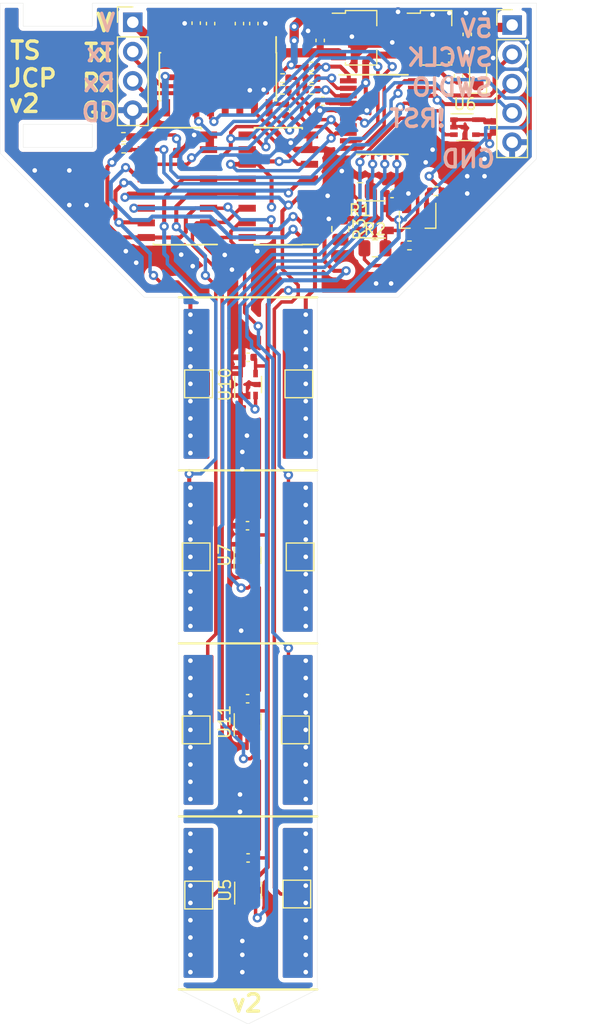
<source format=kicad_pcb>
(kicad_pcb (version 20211014) (generator pcbnew)
  (layers (0 "F.Cu" signal) (31 "B.Cu" signal) (34 "B.Paste" user) (35 "F.Paste" user) (36 "B.SilkS" user "B.Silkscreen") (37 "F.SilkS" user "F.Silkscreen") (38 "B.Mask" user) (39 "F.Mask" user) (44 "Edge.Cuts" user))
  (net 0 "")
  (net 1 "Net-(C1-Pad2)")
  (net 2 "Net-(C1-Pad1)")
  (net 3 "GND")
  (net 4 "Net-(C2-Pad1)")
  (net 5 "Net-(C3-Pad1)")
  (net 6 "+3V3")
  (net 7 "Net-(C6-Pad1)")
  (net 8 "Net-(C6-Pad2)")
  (net 9 "+5V")
  (net 10 "Net-(D1-Pad2)")
  (net 11 "/Moisture_High_Gain")
  (net 12 "/SWCLK")
  (net 13 "/NRST")
  (net 14 "Net-(J3-Pad1)")
  (net 15 "Net-(J4-Pad1)")
  (net 16 "Net-(J5-Pad1)")
  (net 17 "Net-(J6-Pad1)")
  (net 18 "Net-(J7-Pad1)")
  (net 19 "Net-(J8-Pad1)")
  (net 20 "Net-(J9-Pad1)")
  (net 21 "Net-(J10-Pad1)")
  (net 22 "/Moisture_Sense")
  (net 23 "/Moisture_ADC")
  (net 24 "Net-(R2-Pad1)")
  (net 25 "/INH")
  (net 26 "/C_High")
  (net 27 "/C_Low")
  (net 28 "/B_High")
  (net 29 "/B_Low")
  (net 30 "/A_High")
  (net 31 "/A_Low")
  (net 32 "/Temp_4")
  (net 33 "/Temp_3")
  (net 34 "/Temp_2")
  (net 35 "/Temp_1")
  (net 36 "/Temp_Cont")
  (net 37 "VD")
  (net 38 "/RPi_In")
  (net 39 "/RPi_Out")
  (net 40 "Net-(Q1-Pad3)")
  (net 41 "/MCU_In")
  (net 42 "/MCU_Out")
  (net 43 "Net-(Q1-Pad1)")
  (footprint "TestPoint:TestPoint_Pad_2.0x2.0mm" (layer "F.Cu") (at 148.7 73.5)
    (fp_text reference "J10" hide)
    (fp_text value "Conn_01x01_Male")
  )
  (footprint "TestPoint:TestPoint_Pad_2.0x2.0mm" (layer "F.Cu") (at 148.5 103.5)
    (fp_text reference "J3" hide)
    (fp_text value "Conn_01x01_Male")
  )
  (footprint "TestPoint:TestPoint_Pad_2.0x2.0mm" (layer "F.Cu") (at 148.717 117.82)
    (fp_text reference "J4" hide)
    (fp_text value "Conn_01x01_Male")
  )
  (footprint "TestPoint:TestPoint_Pad_2.0x2.0mm" (layer "F.Cu") (at 157.51 88.5)
    (fp_text reference "J5" hide)
    (fp_text value "Conn_01x01_Male")
  )
  (footprint "TestPoint:TestPoint_Pad_2.0x2.0mm" (layer "F.Cu") (at 148.5 88.5)
    (fp_text reference "J6" hide)
    (fp_text value "Conn_01x01_Male")
  )
  (footprint "TestPoint:TestPoint_Pad_2.0x2.0mm" (layer "F.Cu") (at 157.226 117.729)
    (fp_text reference "J7" hide)
    (fp_text value "Conn_01x01_Male")
  )
  (footprint "TestPoint:TestPoint_Pad_2.0x2.0mm" (layer "F.Cu") (at 157.099 103.5)
    (fp_text reference "J8" hide)
    (fp_text value "Conn_01x01_Male")
  )
  (footprint "TestPoint:TestPoint_Pad_2.0x2.0mm" (layer "F.Cu") (at 157.4 73.5)
    (fp_text reference "J9" hide)
    (fp_text value "Conn_01x01_Male")
  )
  (footprint "Package_TO_SOT_SMD:SOT-353_SC-70-5" (layer "F.Cu") (at 153 117.4 90)
    (fp_text reference "U5")
    (fp_text value "TMP235A2")
  )
  (footprint "Package_TO_SOT_SMD:SOT-353_SC-70-5" (layer "F.Cu") (at 152.95 88.36 90)
    (fp_text reference "U7")
    (fp_text value "TMP235A2")
  )
  (footprint "Package_TO_SOT_SMD:SOT-353_SC-70-5" (layer "F.Cu") (at 153 73.56 90)
    (fp_text reference "U10")
    (fp_text value "TMP235A2")
  )
  (footprint "Package_TO_SOT_SMD:SOT-353_SC-70-5" (layer "F.Cu") (at 152.96 102.8 90)
    (fp_text reference "U11")
    (fp_text value "TMP235A2")
  )
  (footprint "Capacitor_SMD:C_0402_1005Metric" (layer "F.Cu") (at 153 114.6 180)
    (fp_text reference "C9" hide)
    (fp_text value "100n")
  )
  (footprint "Capacitor_SMD:C_0402_1005Metric" (layer "F.Cu") (at 152.95 85.8 180)
    (fp_text reference "C12" hide)
    (fp_text value "100n")
  )
  (footprint "Capacitor_SMD:C_0402_1005Metric" (layer "F.Cu") (at 152.96 100.8 180)
    (fp_text reference "C14" hide)
    (fp_text value "100n")
  )
  (footprint "Capacitor_SMD:C_0402_1005Metric" (layer "F.Cu") (at 153 71.2 180)
    (fp_text reference "C13" hide)
    (fp_text value "100n")
  )
  (footprint "Resistor_SMD:R_0402_1005Metric" (layer "F.Cu") (at 169.29 56.8 180)
    (fp_text reference "R13" hide)
    (fp_text value "220R")
  )
  (footprint "Package_SO:SOIC-16_3.9x9.9mm_P1.27mm" (layer "F.Cu") (at 155.62 56.37 180)
    (fp_text reference "U9" hide)
    (fp_text value "CD4051B")
  )
  (footprint "Capacitor_SMD:C_0402_1005Metric" (layer "F.Cu") (at 159.48 49 180)
    (fp_text reference "C7" hide)
    (fp_text value "100n")
  )
  (footprint "Capacitor_SMD:C_0402_1005Metric" (layer "F.Cu") (at 156.25 49.73 -90)
    (fp_text reference "C4" hide)
    (fp_text value "100n")
  )
  (footprint "Capacitor_SMD:C_0402_1005Metric" (layer "F.Cu") (at 149.75 42.27 -90)
    (fp_text reference "C1" hide)
    (fp_text value "100n")
  )
  (footprint "Capacitor_SMD:C_0402_1005Metric" (layer "F.Cu") (at 172 43.2045 -90)
    (fp_text reference "C8" hide)
    (fp_text value "1u")
  )
  (footprint "Capacitor_SMD:C_0402_1005Metric" (layer "F.Cu") (at 152.25 42.27 -90)
    (fp_text reference "C6" hide)
    (fp_text value "100n")
  )
  (footprint "Package_SO:SOIC-16_3.9x9.9mm_P1.27mm" (layer "F.Cu") (at 146.87 56.37 180)
    (fp_text reference "U8" hide)
    (fp_text value "CD4051B")
  )
  (footprint "Capacitor_SMD:C_0402_1005Metric" (layer "F.Cu") (at 153.5 42.27 90)
    (fp_text reference "C2" hide)
    (fp_text value "100n")
  )
  (footprint "Package_SO:TSSOP-20_4.4x6.5mm_P0.65mm" (layer "F.Cu") (at 164.64 50.155)
    (fp_text reference "U4" hide)
    (fp_text value "STM32G030XX")
  )
  (footprint "Package_SO:SOIC-16_3.9x9.9mm_P1.27mm" (layer "F.Cu") (at 150.38 46.87 -90)
    (fp_text reference "U1" hide)
    (fp_text value "MAX3232")
  )
  (footprint "Capacitor_SMD:C_0402_1005Metric" (layer "F.Cu") (at 165.48 57)
    (fp_text reference "C5" hide)
    (fp_text value "100n")
  )
  (footprint "Capacitor_SMD:C_0402_1005Metric" (layer "F.Cu") (at 148.5 42.23 90)
    (fp_text reference "C3" hide)
    (fp_text value "100n")
  )
  (footprint "Package_TO_SOT_SMD:SOT-89-3" (layer "F.Cu") (at 169 43.5)
    (fp_text reference "U3" hide)
    (fp_text value "HT75xx-1-SOT89")
  )
  (footprint "Resistor_SMD:R_0402_1005Metric" (layer "F.Cu") (at 155.99 47)
    (fp_text reference "R10" hide)
    (fp_text value "10k")
  )
  (footprint "Package_TO_SOT_SMD:SOT-89-3" (layer "F.Cu") (at 162.5 43.5)
    (fp_text reference "U12" hide)
    (fp_text value "L78L05_SOT89")
  )
  (footprint "Package_TO_SOT_SMD:SOT-23-5" (layer "F.Cu") (at 164 59.25)
    (fp_text reference "U2" hide)
    (fp_text value "LMV321")
  )
  (footprint "Resistor_SMD:R_0402_1005Metric" (layer "F.Cu") (at 158.5 47)
    (fp_text reference "R11" hide)
    (fp_text value "10k")
  )
  (footprint "Resistor_SMD:R_0402_1005Metric" (layer "F.Cu") (at 155.99 48)
    (fp_text reference "R12" hide)
    (fp_text value "10k")
  )
  (footprint "Resistor_SMD:R_0402_1005Metric" (layer "F.Cu") (at 142.21 53.1)
    (fp_text reference "R9" hide)
    (fp_text value "10k")
  )
  (footprint "Capacitor_SMD:C_0402_1005Metric" (layer "F.Cu") (at 174.25 51.23 90)
    (fp_text reference "C11" hide)
    (fp_text value "100n")
  )
  (footprint "Diode_SMD:D_0603_1608Metric" (layer "F.Cu") (at 172.945 46.824 90)
    (fp_text reference "D1" hide)
    (fp_text value "LED")
  )
  (footprint "Resistor_SMD:R_0402_1005Metric" (layer "F.Cu") (at 158.5 48)
    (fp_text reference "R8" hide)
    (fp_text value "10k")
  )
  (footprint "Resistor_SMD:R_0402_1005Metric" (layer "F.Cu") (at 158.49 46)
    (fp_text reference "R6" hide)
    (fp_text value "10k")
  )
  (footprint "Resistor_SMD:R_0402_1005Metric" (layer "F.Cu") (at 166.99 61.5 180)
    (fp_text reference "R4" hide)
    (fp_text value "10k")
  )
  (footprint "Package_TO_SOT_SMD:SOT-23" (layer "F.Cu") (at 167.7 59.25 -90)
    (fp_text reference "Q1" hide)
    (fp_text value "Q_NMOS_GSD")
  )
  (footprint "Resistor_SMD:R_0402_1005Metric" (layer "F.Cu") (at 173.5 43.214 90)
    (fp_text reference "R5" hide)
    (fp_text value "2k2")
  )
  (footprint "Capacitor_SMD:C_0402_1005Metric" (layer "F.Cu") (at 171.25 46.7975 90)
    (fp_text reference "C10" hide)
    (fp_text value "1u")
  )
  (footprint "Resistor_SMD:R_0402_1005Metric" (layer "F.Cu") (at 142.19 52.1)
    (fp_text reference "R7" hide)
    (fp_text value "10k")
  )
  (footprint "Capacitor_SMD:C_0402_1005Metric" (layer "F.Cu") (at 170.48 45.25)
    (fp_text reference "C16" hide)
    (fp_text value "1u")
  )
  (footprint "Capacitor_SMD:C_0402_1005Metric" (layer "F.Cu") (at 159.25 43.73 90)
    (fp_text reference "C15" hide)
    (fp_text value "1u")
  )
  (footprint "Package_TO_SOT_SMD:SOT-353_SC-70-5" (layer "F.Cu") (at 171.8 51.25)
    (fp_text reference "U6")
    (fp_text value "TMP235A2")
  )
  (footprint "Connector_PinHeader_2.54mm:PinHeader_1x05_P2.54mm_Vertical" (layer "F.Cu") (at 175.895 42.394)
    (fp_text reference "J2" hide)
    (fp_text value "Conn_01x05_Male")
  )
  (footprint "Connector_PinHeader_2.54mm:PinHeader_1x04_P2.54mm_Vertical" (layer "F.Cu") (at 143.002 42.156)
    (fp_text reference "J1" hide)
    (fp_text value "Conn_01x04_Male")
  )
  (footprint "Resistor_SMD:R_0805_2012Metric" (layer "F.Cu") (at 162.7125 56.8 180)
    (fp_text reference "R1")
    (fp_text value "220R")
  )
  (footprint "Resistor_SMD:R_0805_2012Metric" (layer "F.Cu") (at 164 61.75)
    (fp_text reference "R2")
    (fp_text value "100k")
  )
  (footprint "Resistor_SMD:R_0805_2012Metric" (layer "F.Cu") (at 161 60.0875 -90)
    (fp_text reference "R3")
    (fp_text value "10k")
  )
  (gr_line (start 147 66) (end 159 66) (layer "F.SilkS") (width 0.2))
  (gr_line (start 147 81) (end 159 81) (layer "F.SilkS") (width 0.2))
  (gr_line (start 147 126) (end 159 126) (layer "F.SilkS") (width 0.2))
  (gr_line (start 147 96) (end 159 96) (layer "F.SilkS") (width 0.2))
  (gr_line (start 159 111) (end 147 111) (layer "F.SilkS") (width 0.2))
  (gr_line (start 139.5 40.5) (end 178 40.5) (layer "Edge.Cuts") (width 0.02))
  (gr_line (start 131.5 40.5) (end 131.5 53.5) (layer "Edge.Cuts") (width 0.02))
  (gr_line (start 133.5 40.5) (end 131.5 40.5) (layer "Edge.Cuts") (width 0.02))
  (gr_line (start 178 40.5) (end 178 54) (layer "Edge.Cuts") (width 0.02))
  (gr_line (start 133.5 53) (end 133.5 51) (layer "Edge.Cuts") (width 0.02))
  (gr_line (start 139.5 53) (end 133.5 53) (layer "Edge.Cuts") (width 0.02))
  (gr_line (start 133.5 51) (end 139.5 51) (layer "Edge.Cuts") (width 0.02))
  (gr_line (start 139.5 42.5) (end 139.5 40.5) (layer "Edge.Cuts") (width 0.02))
  (gr_line (start 139.5 51) (end 139.5 53) (layer "Edge.Cuts") (width 0.02))
  (gr_line (start 133.5 40.5) (end 133.5 42.5) (layer "Edge.Cuts") (width 0.02))
  (gr_line (start 133.5 42.5) (end 139.5 42.5) (layer "Edge.Cuts") (width 0.02))
  (gr_line (start 153 129) (end 159 126) (layer "Edge.Cuts") (width 0.02))
  (gr_line (start 159 126) (end 159 66) (layer "Edge.Cuts") (width 0.02))
  (gr_line (start 147 126) (end 153 129) (layer "Edge.Cuts") (width 0.02))
  (gr_line (start 166 66) (end 178 54) (layer "Edge.Cuts") (width 0.02))
  (gr_line (start 147 66) (end 144 66) (layer "Edge.Cuts") (width 0.02))
  (gr_line (start 144 66) (end 131.5 53.5) (layer "Edge.Cuts") (width 0.02))
  (gr_line (start 159 66) (end 166 66) (layer "Edge.Cuts") (width 0.02))
  (gr_line (start 147 66) (end 147 126) (layer "Edge.Cuts") (width 0.02))
  (gr_text "!RST" (at 167.7 50.5) (layer "B.SilkS") (effects (font (size 1.5 1.5) (thickness 0.3)) (justify mirror)))
  (gr_text "Rx" (at 140.1 47.4) (layer "B.SilkS") (effects (font (size 1.5 1.5) (thickness 0.3)) (justify mirror)))
  (gr_text "Tx" (at 140.2 44.8) (layer "B.SilkS") (effects (font (size 1.5 1.5) (thickness 0.3)) (justify mirror)))
  (gr_text "GD" (at 140.1 50) (layer "B.SilkS") (effects (font (size 1.5 1.5) (thickness 0.3)) (justify mirror)))
  (gr_text "SWCLK" (at 170.5 45.2) (layer "B.SilkS") (effects (font (size 1.5 1.5) (thickness 0.3)) (justify mirror)))
  (gr_text "5V" (at 172.8 42.7) (layer "B.SilkS") (effects (font (size 1.5 1.5) (thickness 0.3)) (justify mirror)))
  (gr_text "GND" (at 172.1 54) (layer "B.SilkS") (effects (font (size 1.5 1.5) (thickness 0.3)) (justify mirror)))
  (gr_text "V" (at 140.8 42.2) (layer "B.SilkS") (effects (font (size 1.5 1.5) (thickness 0.3)) (justify mirror)))
  (gr_text "SWDIO" (at 170.7 47.8) (layer "B.SilkS") (effects (font (size 1.5 1.5) (thickness 0.3)) (justify mirror)))
  (gr_text "JCP" (at 134.3 47) (layer "F.SilkS") (effects (font (size 1.5 1.5) (thickness 0.3))))
  (gr_text "TS" (at 133.7 44.6) (layer "F.SilkS") (effects (font (size 1.5 1.5) (thickness 0.3))))
  (gr_text "v2" (at 133.6 49.2) (layer "F.SilkS") (effects (font (size 1.5 1.5) (thickness 0.3))))
  (gr_text "v2" (at 152.9 127.2) (layer "F.SilkS") (effects (font (size 1.5 1.5) (thickness 0.3))))
  (gr_text "V" (at 140.5 42.2) (layer "F.SilkS") (effects (font (size 1.5 1.5) (thickness 0.3))))
  (gr_text "Tx" (at 140 44.8) (layer "F.SilkS") (effects (font (size 1.5 1.5) (thickness 0.3))))
  (gr_text "Rx" (at 140 47.4) (layer "F.SilkS") (effects (font (size 1.5 1.5) (thickness 0.3))))
  (gr_text "GD" (at 140.1 49.9) (layer "F.SilkS") (effects (font (size 1.5 1.5) (thickness 0.3))))
  (segment (start 149.75 42.75) (end 149.75 44.25) (width 0.3) (layer "F.Cu") (net 1))
  (segment (start 151.015 44.17) (end 151.015 42.265) (width 0.3) (layer "F.Cu") (net 2))
  (segment (start 151.015 42.265) (end 150.5 41.75) (width 0.3) (layer "F.Cu") (net 2))
  (segment (start 150.5 41.75) (end 149.823692 41.75) (width 0.3) (layer "F.Cu") (net 2))
  (segment (start 159.25 43.25) (end 158.55 43.25) (width 0.3) (layer "F.Cu") (net 3))
  (segment (start 158.55 43.25) (end 158.2 42.9) (width 0.3) (layer "F.Cu") (net 3))
  (segment (start 149.87 51.925) (end 148.325 51.925) (width 0.3) (layer "F.Cu") (net 3))
  (segment (start 166.75 58.25) (end 166.75 57.14999) (width 0.35) (layer "F.Cu") (net 3))
  (segment (start 166.75 57.14999) (end 166.89999 57) (width 0.35) (layer "F.Cu") (net 3))
  (segment (start 159.12 53.195) (end 159.11559 53.19059) (width 0.35) (layer "F.Cu") (net 3))
  (segment (start 160.75 59.24) (end 160.030002 59.24) (width 0.3) (layer "F.Cu") (net 3))
  (segment (start 160.030002 59.24) (end 160.020002 59.25) (width 0.3) (layer "F.Cu") (net 3))
  (segment (start 154.04 41.79) (end 154.5 42.25) (width 0.3) (layer "F.Cu") (net 3))
  (segment (start 153.5 41.79) (end 154.04 41.79) (width 0.3) (layer "F.Cu") (net 3))
  (segment (start 166.75 42) (end 166 41.25) (width 0.6) (layer "F.Cu") (net 3))
  (segment (start 168.5 42) (end 169 41.5) (width 0.6) (layer "F.Cu") (net 3))
  (segment (start 167.35 42) (end 168.5 42) (width 0.6) (layer "F.Cu") (net 3))
  (segment (start 167.35 42) (end 166.75 42) (width 0.6) (layer "F.Cu") (net 3))
  (segment (start 161.69 49.83) (end 160.615 49.83) (width 0.35) (layer "F.Cu") (net 3))
  (segment (start 159.074998 49.774998) (end 159 49.7) (width 0.35) (layer "F.Cu") (net 3))
  (segment (start 160.559998 49.774998) (end 159.074998 49.774998) (width 0.35) (layer "F.Cu") (net 3))
  (segment (start 159 49) (end 159 49.56999) (width 0.4) (layer "F.Cu") (net 3))
  (segment (start 159 49.56999) (end 159.23 49.79999) (width 0.4) (layer "F.Cu") (net 3))
  (segment (start 160.615 49.83) (end 160.559998 49.774998) (width 0.35) (layer "F.Cu") (net 3))
  (segment (start 159.75 43.25) (end 160 43.5) (width 0.35) (layer "F.Cu") (net 3))
  (segment (start 159.25 43.25) (end 159.75 43.25) (width 0.35) (layer "F.Cu") (net 3))
  (segment (start 160 43.5) (end 161 43.5) (width 0.35) (layer "F.Cu") (net 3))
  (segment (start 172 45.4) (end 171.8 45.6) (width 0.3) (layer "F.Cu") (net 3))
  (segment (start 171.8 45.6) (end 171.2 45.6) (width 0.3) (layer "F.Cu") (net 3))
  (segment (start 172 44.75) (end 172 45.4) (width 0.3) (layer "F.Cu") (net 3))
  (segment (start 172.8115 47.6115) (end 171.5 46.3) (width 0.3) (layer "F.Cu") (net 3))
  (segment (start 171.5 46.3) (end 171.2 46.3) (width 0.3) (layer "F.Cu") (net 3))
  (segment (start 171.2 45.6) (end 171.2 46.3) (width 0.3) (layer "F.Cu") (net 3))
  (segment (start 170.96 45.25) (end 170.96 45.36) (width 0.3) (layer "F.Cu") (net 3))
  (segment (start 170.96 45.36) (end 171.2 45.6) (width 0.3) (layer "F.Cu") (net 3))
  (segment (start 172.945 47.6115) (end 172.8115 47.6115) (width 0.3) (layer "F.Cu") (net 3))
  (segment (start 163.27 49.83) (end 163.3 49.8) (width 0.3) (layer "F.Cu") (net 3))
  (segment (start 161.69 49.83) (end 163.27 49.83) (width 0.3) (layer "F.Cu") (net 3))
  (segment (start 162.99 59.24) (end 162.98 59.25) (width 0.3) (layer "F.Cu") (net 3))
  (segment (start 161.5 59.24) (end 162.99 59.24) (width 0.3) (layer "F.Cu") (net 3))
  (segment (start 174.09976 50.59976) (end 174.25 50.75) (width 0.3) (layer "F.Cu") (net 3))
  (segment (start 172 43.6845) (end 172 44.75) (width 0.3) (layer "F.Cu") (net 3))
  (segment (start 148 41.75) (end 147.5 42.25) (width 0.3) (layer "F.Cu") (net 3))
  (segment (start 148.5 41.75) (end 148.386308 41.75) (width 0.3) (layer "F.Cu") (net 3))
  (segment (start 148.386308 41.75) (end 148 41.75) (width 0.3) (layer "F.Cu") (net 3))
  (segment (start 149.87 53.195) (end 149.87 51.925) (width 0.35) (layer "F.Cu") (net 3))
  (segment (start 153.555 48.312) (end 153.309 48.066) (width 0.35) (layer "F.Cu") (net 3))
  (segment (start 153.555 49.57) (end 153.555 48.312) (width 0.35) (layer "F.Cu") (net 3))
  (segment (start 152.96 103.75) (end 152.96 102.96) (width 0.3) (layer "F.Cu") (net 3))
  (segment (start 152.3 86.9) (end 152.6 86.6) (width 0.3) (layer "F.Cu") (net 3))
  (segment (start 151.33999 72.16001) (end 151.33999 69.16001) (width 0.3) (layer "F.Cu") (net 3))
  (segment (start 152.35 118.35) (end 152.35 116.45) (width 0.3) (layer "F.Cu") (net 3))
  (segment (start 170.85 50.6) (end 172.75 50.6) (width 0.3) (layer "F.Cu") (net 3))
  (segment (start 152.31 103.75) (end 152.31 101.85) (width 0.3) (layer "F.Cu") (net 3))
  (segment (start 152.30526 72.09696) (end 151.40304 72.09696) (width 0.3) (layer "F.Cu") (net 3))
  (segment (start 177 43.9) (end 177.2 43.9) (width 0.3) (layer "F.Cu") (net 3))
  (segment (start 151.40304 72.09696) (end 151.33999 72.16001) (width 0.3) (layer "F.Cu") (net 3))
  (segment (start 153 117.6) (end 152.8 117.4) (width 0.3) (layer "F.Cu") (net 3))
  (segment (start 156.7 52.6) (end 156.211835 52.6) (width 0.3) (layer "F.Cu") (net 3))
  (segment (start 151.33999 62.68999) (end 150.975 62.325) (width 0.3) (layer "F.Cu") (net 3))
  (segment (start 174.25 45.25) (end 174.325 43.975) (width 0.3) (layer "F.Cu") (net 3))
  (segment (start 157.9 51.55) (end 157.9 51.9) (width 0.3) (layer "F.Cu") (net 3))
  (segment (start 164.025 59) (end 164.025 56.725) (width 0.3) (layer "F.Cu") (net 3))
  (segment (start 176.75 43.65) (end 177 43.9) (width 0.3) (layer "F.Cu") (net 3))
  (segment (start 156.56 50.21) (end 157.675 51.325) (width 0.3) (layer "F.Cu") (net 3))
  (segment (start 170.85 51.25) (end 170.85 50.6) (width 0.3) (layer "F.Cu") (net 3))
  (segment (start 157.475 51.925) (end 156.8 52.6) (width 0.3) (layer "F.Cu") (net 3))
  (segment (start 152.95 88.55) (end 152.8 88.4) (width 0.3) (layer "F.Cu") (net 3))
  (segment (start 156.211835 52.6) (end 153.555 49.943165) (width 0.3) (layer "F.Cu") (net 3))
  (segment (start 156.8 52.6) (end 156.7 52.6) (width 0.3) (layer "F.Cu") (net 3))
  (segment (start 153 118.35) (end 153 117.6) (width 0.3) (layer "F.Cu") (net 3))
  (segment (start 163.775 59.25) (end 164.025 59) (width 0.3) (layer "F.Cu") (net 3))
  (segment (start 151.33999 72.46001) (end 151.33999 72.16001) (width 0.3) (layer "F.Cu") (net 3))
  (segment (start 151.33999 101.63999) (end 151.33999 75.13999) (width 0.3) (layer "F.Cu") (net 3))
  (segment (start 152.8 117.4) (end 152 117.4) (width 0.3) (layer "F.Cu") (net 3))
  (segment (start 153.555 49.943165) (end 153.555 49.57) (width 0.3) (layer "F.Cu") (net 3))
  (segment (start 151.33999 69.16001) (end 151.33999 68.66001) (width 0.3) (layer "F.Cu") (net 3))
  (segment (start 152.52 120.9) (end 152.52 120.42) (width 0.35) (layer "F.Cu") (net 3))
  (segment (start 158.62 51.925) (end 157.475 51.925) (width 0.3) (layer "F.Cu") (net 3))
  (segment (start 156.25 50.21) (end 156.56 50.21) (width 0.3) (layer "F.Cu") (net 3))
  (segment (start 151.33999 63.86001) (end 151.6 63.6) (width 0.3) (layer "F.Cu") (net 3))
  (segment (start 152.52 120.9) (end 152.52 121.78) (width 0.35) (layer "F.Cu") (net 3))
  (segment (start 152.35 74.51) (end 152.35 72.61) (width 0.3) (layer "F.Cu") (net 3))
  (segment (start 157.675 51.325) (end 157.675 51.875) (width 0.3) (layer "F.Cu") (net 3))
  (segment (start 152.95 89.31) (end 152.95 88.55) (width 0.3) (layer "F.Cu") (net 3))
  (segment (start 152.96 102.96) (end 152.8 102.8) (width 0.3) (layer "F.Cu") (net 3))
  (segment (start 151.33999 64.06001) (end 151.33999 62.68999) (width 0.3) (layer "F.Cu") (net 3))
  (segment (start 152.6 86.6) (end 152.6 86.2) (width 0.3) (layer "F.Cu") (net 3))
  (segment (start 152.52 121.78) (end 152.5 121.8) (width 0.35) (layer "F.Cu") (net 3))
  (segment (start 151.84976 119.36304) (end 151.33999 118.85327) (width 0.3) (layer "F.Cu") (net 3))
  (segment (start 151.33999 68.66001) (end 151.33999 64.06001) (width 0.3) (layer "F.Cu") (net 3))
  (segment (start 152.3 87.41) (end 152.3 86.9) (width 0.3) (layer "F.Cu") (net 3))
  (segment (start 152.34976 119.36304) (end 152.34976 120.24976) (width 0.35) (layer "F.Cu") (net 3))
  (segment (start 152.3 89.31) (end 152.3 87.41) (width 0.3) (layer "F.Cu") (net 3))
  (segment (start 157.675 51.325) (end 157.9 51.55) (width 0.3) (layer "F.Cu") (net 3))
  (segment (start 162.9 59.25) (end 163.775 59.25) (width 0.3) (layer "F.Cu") (net 3))
  (segment (start 151.45694 75.02304) (end 151.33999 75.13999) (width 0.3) (layer "F.Cu") (net 3))
  (segment (start 174.137004 50.75) (end 174.25 50.75) (width 0.3) (layer "F.Cu") (net 3))
  (segment (start 151.33999 75.13999) (end 151.33999 72.46001) (width 0.3) (layer "F.Cu") (net 3))
  (segment (start 151.33999 118.85327) (end 151.33999 101.63999) (width 0.3) (layer "F.Cu") (net 3))
  (segment (start 157.675 51.875) (end 157.7 51.9) (width 0.3) (layer "F.Cu") (net 3))
  (segment (start 174.65 43.65) (end 176.75 43.65) (width 0.3) (layer "F.Cu") (net 3))
  (segment (start 152.8 102.8) (end 152 102.8) (width 0.3) (layer "F.Cu") (net 3))
  (segment (start 152.8 88.4) (end 152 88.4) (width 0.3) (layer "F.Cu") (net 3))
  (segment (start 152.34976 119.36304) (end 151.84976 119.36304) (width 0.3) (layer "F.Cu") (net 3))
  (segment (start 151.33999 64.06001) (end 151.33999 63.86001) (width 0.3) (layer "F.Cu") (net 3))
  (segment (start 152.34976 120.24976) (end 152.52 120.42) (width 0.35) (layer "F.Cu") (net 3))
  (segment (start 174.325 43.975) (end 174.65 43.65) (width 0.3) (layer "F.Cu") (net 3))
  (via (at 152.3 110.6) (size 0.8) (drill 0.4) (layers "F.Cu" "B.Cu") (net 3))
  (via (at 152.3 109.1) (size 0.8) (drill 0.4) (layers "F.Cu" "B.Cu") (net 3))
  (via (at 159.23 49.79999) (size 0.8) (drill 0.4) (layers "F.Cu" "B.Cu") (net 3))
  (via (at 156.7 52.6) (size 0.8) (drill 0.4) (layers "F.Cu" "B.Cu") (net 3))
  (via (at 166.89999 57) (size 0.8) (drill 0.4) (layers "F.Cu" "B.Cu") (net 3))
  (via (at 161.125 55.05) (size 0.8) (drill 0.4) (layers "F.Cu" "B.Cu") (net 3))
  (via (at 160 59.2) (size 0.8) (drill 0.4) (layers "F.Cu" "B.Cu") (net 3))
  (via (at 163.3 49.8) (size 0.8) (drill 0.4) (layers "F.Cu" "B.Cu") (net 3))
  (via (at 158.2 42.9) (size 0.8) (drill 0.4) (layers "F.Cu" "B.Cu") (net 3))
  (via (at 148.325 51.925) (size 0.8) (drill 0.4) (layers "F.Cu" "B.Cu") (net 3))
  (via (at 154.5 42.25) (size 0.8) (drill 0.4) (layers "F.Cu" "B.Cu") (net 3))
  (via (at 147.5 42.25) (size 0.8) (drill 0.4) (layers "F.Cu" "B.Cu") (net 3))
  (via (at 172 44.75) (size 0.8) (drill 0.4) (layers "F.Cu" "B.Cu") (net 3))
  (via (at 169 41.5) (size 0.8) (drill 0.4) (layers "F.Cu" "B.Cu") (net 3))
  (via (at 166 41.25) (size 0.8) (drill 0.4) (layers "F.Cu" "B.Cu") (net 3))
  (via (at 153.15 48.05) (size 0.8) (drill 0.4) (layers "F.Cu" "B.Cu") (net 3))
  (via (at 137.5 55) (size 0.8) (drill 0.4) (layers "F.Cu" "B.Cu") (net 3))
  (via (at 152.5 79.4) (size 0.8) (drill 0.4) (layers "F.Cu" "B.Cu") (net 3))
  (via (at 159.9 57.2) (size 0.8) (drill 0.4) (layers "F.Cu" "B.Cu") (net 3))
  (via (at 172 55.5) (size 0.8) (drill 0.4) (layers "F.Cu" "B.Cu") (net 3))
  (via (at 154.35 48) (size 0.8) (drill 0.4) (layers "F.Cu" "B.Cu") (net 3))
  (via (at 174.25 45.25) (size 0.8) (drill 0.4) (layers "F.Cu" "B.Cu") (net 3))
  (via (at 153.8 62) (size 0.8) (drill 0.4) (layers "F.Cu" "B.Cu") (net 3))
  (via (at 169 53.2) (size 0.8) (drill 0.4) (layers "F.Cu" "B.Cu") (net 3))
  (via (at 162 43.4) (size 0.8) (drill 0.4) (layers "F.Cu" "B.Cu") (net 3))
  (via (at 152.9 77.989) (size 0.8) (drill 0.4) (layers "F.Cu" "B.Cu") (net 3))
  (via (at 152.5 80.9) (size 0.8) (drill 0.4) (layers "F.Cu" "B.Cu") (net 3))
  (via (at 168.4 54.3) (size 0.8) (drill 0.4) (layers "F.Cu" "B.Cu") (net 3))
  (via (at 177.15 46.25) (size 0.8) (drill 0.4) (layers "F.Cu" "B.Cu") (net 3))
  (via (at 172 57) (size 0.8) (drill 0.4) (layers "F.Cu" "B.Cu") (net 3))
  (via (at 170.45 41.35) (size 0.8) (drill 0.4) (layers "F.Cu" "B.Cu") (net 3))
  (via (at 152.5 121.8) (size 0.8) (drill 0.4) (layers "F.Cu" "B.Cu") (net 3))
  (via (at 137.5 58) (size 0.8) (drill 0.4) (layers "F.Cu" "B.Cu") (net 3))
  (via (at 152.5 124.5) (size 0.8) (drill 0.4) (layers "F.Cu" "B.Cu") (net 3))
  (via (at 150.975 62.325) (size 0.8) (drill 0.4) (layers "F.Cu" "B.Cu") (net 3))
  (via (at 152.5 123) (size 0.8) (drill 0.4) (layers "F.Cu" "B.Cu") (net 3))
  (via (at 173.5 54) (size 0.8) (drill 0.4) (layers "F.Cu" "B.Cu") (net 3))
  (via (at 173.5 55.5) (size 0.8) (drill 0.4) (layers "F.Cu" "B.Cu") (net 3))
  (via (at 177.2 43.9) (size 0.8) (drill 0.4) (layers "F.Cu" "B.Cu") (net 3))
  (via (at 152.4 94.9) (size 0.8) (drill 0.4) (layers "F.Cu" "B.Cu") (net 3))
  (via (at 148.2 63.3) (size 0.8) (drill 0.4) (layers "F.Cu" "B.Cu") (net 3))
  (via (at 142.4 62) (size 0.8) (drill 0.4) (layers "F.Cu" "B.Cu") (net 3))
  (via (at 151.6 63.6) (size 0.8) (drill 0.4) (layers "F.Cu" "B.Cu") (net 3))
  (via (at 143.3 63) (size 0.8) (drill 0.4) (layers "F.Cu" "B.Cu") (net 3))
  (via (at 173.5 41.35) (size 0.8) (drill 0.4) (layers "F.Cu" "B.Cu") (net 3))
  (via (at 164.1 64.8) (size 0.8) (drill 0.4) (layers "F.Cu" "B.Cu") (net 3))
  (via (at 139 58) (size 0.8) (drill 0.4) (layers "F.Cu" "B.Cu") (net 3))
  (via (at 134.5 55) (size 0.8) (drill 0.4) (layers "F.Cu" "B.Cu") (net 3))
  (via (at 171.9 41.35) (size 0.8) (drill 0.4) (layers "F.Cu" "B.Cu") (net 3))
  (via (at 165.4 64.8) (size 0.8) (drill 0.4) (layers "F.Cu" "B.Cu") (net 3))
  (via (at 165.5 43.9) (size 0.8) (drill 0.4) (layers "F.Cu" "B.Cu") (net 3))
  (via (at 147.2 62.3) (size 0.8) (drill 0.4) (layers "F.Cu" "B.Cu") (net 3))
  (segment (start 154.934002 53.750002) (end 154.165998 53.750002) (width 0.3) (layer "B.Cu") (net 3))
  (segment (start 161.524999 54.650001) (end 161.524999 54.265997) (width 0.3) (layer "B.Cu") (net 3))
  (segment (start 154.165998 53.750002) (end 154.080995 53.664999) (width 0.3) (layer "B.Cu") (net 3))
  (segment (start 148.1 52.95) (end 147.865998 52.95) (width 0.3) (layer "B.Cu") (net 3))
  (segment (start 156.7 52.6) (end 156.084004 52.6) (width 0.3) (layer "B.Cu") (net 3))
  (segment (start 163.3 49.8) (end 163.3 49.02217) (width 0.3) (layer "B.Cu") (net 3))
  (segment (start 177.15 46.25) (end 177.123999 46.223999) (width 0.3) (layer "B.Cu") (net 3))
  (segment (start 154.080995 53.664999) (end 150.635001 53.664999) (width 0.3) (layer "B.Cu") (net 3))
  (segment (start 177.2 43.9) (end 176.95 43.65) (width 0.3) (layer "B.Cu") (net 3))
  (segment (start 148.325 51.925) (end 148.325 52.725) (width 0.3) (layer "B.Cu") (net 3))
  (segment (start 147.3 54.284002) (end 147.3 54.4) (width 0.3) (layer "B.Cu") (net 3))
  (segment (start 148.325 52.725) (end 148.1 52.95) (width 0.3) (layer "B.Cu") (net 3))
  (segment (start 176.95 43.65) (end 174.25 43.65) (width 0.3) (layer "B.Cu") (net 3))
  (segment (start 147.15 54.134002) (end 147.3 54.284002) (width 0.3) (layer "B.Cu") (net 3))
  (segment (start 161.524999 54.265997) (end 162.365996 53.425) (width 0.3) (layer "B.Cu") (net 3))
  (segment (start 165.52217 46.8) (end 166.1 46.8) (width 0.3) (layer "B.Cu") (net 3))
  (segment (start 156.084004 52.6) (end 154.934002 53.750002) (width 0.3) (layer "B.Cu") (net 3))
  (segment (start 177.123999 46.223999) (end 174.676001 46.223999) (width 0.3) (layer "B.Cu") (net 3))
  (segment (start 166.1 46.8) (end 166.3 46.6) (width 0.3) (layer "B.Cu") (net 3))
  (segment (start 147.15 53.665998) (end 147.15 54.134002) (width 0.3) (layer "B.Cu") (net 3))
  (segment (start 161.45 59.25) (end 161.2 59.5) (width 0.3) (layer "B.Cu") (net 3))
  (segment (start 150.635001 53.664999) (end 149.6 54.7) (width 0.3) (layer "B.Cu") (net 3))
  (segment (start 162.365996 53.425) (end 163.6 53.425) (width 0.3) (layer "B.Cu") (net 3))
  (segment (start 160.020002 59.25) (end 160.95 59.25) (width 0.3) (layer "B.Cu") (net 3))
  (segment (start 161.125 55.05) (end 161.524999 54.650001) (width 0.3) (layer "B.Cu") (net 3))
  (segment (start 163.3 49.02217) (end 165.52217 46.8) (width 0.3) (layer "B.Cu") (net 3))
  (segment (start 147.865998 52.95) (end 147.15 53.665998) (width 0.3) (layer "B.Cu") (net 3))
  (segment (start 153.5 42.75) (end 153.5 44.25) (width 0.3) (layer "F.Cu") (net 4))
  (segment (start 148.475 44.17) (end 148.475 42.775) (width 0.3) (layer "F.Cu") (net 5))
  (segment (start 168.75 45) (end 167.25 45) (width 0.35) (layer "F.Cu") (net 6))
  (segment (start 169 45.25) (end 168.75 45) (width 0.35) (layer "F.Cu") (net 6))
  (segment (start 169 45.75) (end 169 45.25) (width 0.35) (layer "F.Cu") (net 6))
  (segment (start 170.375 47.125) (end 169 45.75) (width 0.35) (layer "F.Cu") (net 6))
  (segment (start 170.5275 47.2775) (end 170.375 47.125) (width 0.3) (layer "F.Cu") (net 6))
  (segment (start 171.25 47.2775) (end 170.5275 47.2775) (width 0.35) (layer "F.Cu") (net 6))
  (segment (start 165.1 58.925) (end 165.456387 59.281387) (width 0.3) (layer "F.Cu") (net 6))
  (segment (start 165.456387 59.281387) (end 166.059302 59.281387) (width 0.3) (layer "F.Cu") (net 6))
  (segment (start 165.1 58.3) (end 165.1 58.925) (width 0.3) (layer "F.Cu") (net 6))
  (segment (start 165.1 57.1) (end 165 57) (width 0.35) (layer "F.Cu") (net 6))
  (segment (start 165.1 58.3) (end 165.1 57.1) (width 0.35) (layer "F.Cu") (net 6))
  (segment (start 160.104987 49.174987) (end 160 49.07) (width 0.35) (layer "F.Cu") (net 6))
  (segment (start 161.69 49.18) (end 160.849547 49.18) (width 0.35) (layer "F.Cu") (net 6))
  (segment (start 160.849547 49.18) (end 160.844534 49.174987) (width 0.35) (layer "F.Cu") (net 6))
  (segment (start 160.844534 49.174987) (end 160.104987 49.174987) (width 0.35) (layer "F.Cu") (net 6))
  (segment (start 167.35 45) (end 163.75 45) (width 0.6) (layer "F.Cu") (net 6))
  (segment (start 161.69 49.18) (end 162.685665 49.18) (width 0.35) (layer "F.Cu") (net 6))
  (segment (start 163.19999 48.665675) (end 163.19999 47.40001) (width 0.35) (layer "F.Cu") (net 6))
  (segment (start 163.75 45) (end 163.19999 45.55001) (width 0.6) (layer "F.Cu") (net 6))
  (segment (start 162.685665 49.18) (end 163.19999 48.665675) (width 0.35) (layer "F.Cu") (net 6))
  (segment (start 163.19999 45.55001) (end 163.19999 47.40001) (width 0.6) (layer "F.Cu") (net 6))
  (segment (start 154.85 49.25) (end 154.8 49.3) (width 0.3) (layer "F.Cu") (net 6))
  (segment (start 156.25 49.25) (end 154.85 49.25) (width 0.3) (layer "F.Cu") (net 6))
  (segment (start 173.943255 52.449759) (end 173.872141 52.449759) (width 0.3) (layer "F.Cu") (net 6))
  (segment (start 154.7 76.5) (end 154.7 71.9) (width 0.35) (layer "F.Cu") (net 6))
  (segment (start 156.6 51.5) (end 156.4 51.5) (width 0.3) (layer "F.Cu") (net 6))
  (segment (start 153.6 87.41) (end 153.6 86.6) (width 0.3) (layer "F.Cu") (net 6))
  (segment (start 154.7 91.4) (end 154.7 101.9) (width 0.35) (layer "F.Cu") (net 6))
  (segment (start 153.61 101.85) (end 153.61 100.97) (width 0.3) (layer "F.Cu") (net 6))
  (segment (start 154.7 66.634315) (end 155.934315 65.4) (width 0.35) (layer "F.Cu") (net 6))
  (segment (start 154.6 114.6) (end 154.7 114.5) (width 0.3) (layer "F.Cu") (net 6))
  (segment (start 154.65 101.85) (end 154.7 101.9) (width 0.3) (layer "F.Cu") (net 6))
  (segment (start 154.7 101.9) (end 154.7 114.5) (width 0.35) (layer "F.Cu") (net 6))
  (segment (start 154.6 86.6) (end 154.7 86.5) (width 0.3) (layer "F.Cu") (net 6))
  (segment (start 173.943255 52.684273) (end 173.943255 52.449759) (width 0.3) (layer "F.Cu") (net 6))
  (segment (start 153.61 100.97) (end 153.44 100.8) (width 0.3) (layer "F.Cu") (net 6))
  (segment (start 173.943255 52.016745) (end 174.06 51.9) (width 0.3) (layer "F.Cu") (net 6))
  (segment (start 174.06 51.9) (end 174.25 51.71) (width 0.3) (layer "F.Cu") (net 6))
  (segment (start 153.65 71.95) (end 153.65 71.37) (width 0.3) (layer "F.Cu") (net 6))
  (segment (start 153.6 85.97) (end 153.43 85.8) (width 0.3) (layer "F.Cu") (net 6))
  (segment (start 153.6 86.6) (end 153.6 85.97) (width 0.3) (layer "F.Cu") (net 6))
  (segment (start 153.6 86.6) (end 154.6 86.6) (width 0.3) (layer "F.Cu") (net 6))
  (segment (start 154.7 71.9) (end 154.7 66.634315) (width 0.35) (layer "F.Cu") (net 6))
  (segment (start 153.65 71.95) (end 154.65 71.95) (width 0.3) (layer "F.Cu") (net 6))
  (segment (start 154.7 114.5) (end 154.7 115.4) (width 0.35) (layer "F.Cu") (net 6))
  (segment (start 153.61 101.85) (end 154.65 101.85) (width 0.3) (layer "F.Cu") (net 6))
  (segment (start 155.934315 65.4) (end 156.5 65.4) (width 0.35) (layer "F.Cu") (net 6))
  (segment (start 173.943255 52.684273) (end 173.943255 52.016745) (width 0.3) (layer "F.Cu") (net 6))
  (segment (start 154.9 50) (end 154.9 49.6) (width 0.3) (layer "F.Cu") (net 6))
  (segment (start 153.48 114.6) (end 154.6 114.6) (width 0.3) (layer "F.Cu") (net 6))
  (segment (start 154.7 86.5) (end 154.7 76.5) (width 0.35) (layer "F.Cu") (net 6))
  (segment (start 153.65 72.61) (end 153.65 71.95) (width 0.3) (layer "F.Cu") (net 6))
  (segment (start 154.7 115.4) (end 153.65 116.45) (width 0.35) (layer "F.Cu") (net 6))
  (segment (start 154.65 71.95) (end 154.7 71.9) (width 0.3) (layer "F.Cu") (net 6))
  (segment (start 154.7 91.4) (end 154.7 86.5) (width 0.35) (layer "F.Cu") (net 6))
  (segment (start 172.75 51.9) (end 174.06 51.9) (width 0.3) (layer "F.Cu") (net 6))
  (segment (start 156.4 51.5) (end 154.9 50) (width 0.3) (layer "F.Cu") (net 6))
  (segment (start 153.65 71.37) (end 153.48 71.2) (width 0.3) (layer "F.Cu") (net 6))
  (via (at 166.059302 59.281387) (size 0.8) (drill 0.4) (layers "F.Cu" "B.Cu") (net 6))
  (via (at 156.6 51.5) (size 0.8) (drill 0.4) (layers "F.Cu" "B.Cu") (net 6))
  (via (at 173.943255 52.684273) (size 0.8) (drill 0.4) (layers "F.Cu" "B.Cu") (net 6))
  (via (at 163.19999 47.40001) (size 0.8) (drill 0.4) (layers "F.Cu" "B.Cu") (net 6))
  (via (at 170.375 47.125) (size 0.8) (drill 0.4) (layers "F.Cu" "B.Cu") (net 6))
  (via (at 156.5 65.4) (size 0.8) (drill 0.4) (layers "F.Cu" "B.Cu") (net 6))
  (segment (start 170.375 47.125) (end 173.70283 47.125) (width 0.3) (layer "B.Cu") (net 6))
  (segment (start 173.70283 47.125) (end 174.644999 48.067169) (width 0.3) (layer "B.Cu") (net 6))
  (segment (start 175.294999 48.724001) (end 176.724001 48.724001) (width 0.3) (layer "B.Cu") (net 6))
  (segment (start 176.724001 48.724001) (end 177.3 49.3) (width 0.3) (layer "B.Cu") (net 6))
  (segment (start 177.3 50.8) (end 176.8 51.3) (width 0.3) (layer "B.Cu") (net 6))
  (segment (start 176.8 51.3) (end 173.6 51.3) (width 0.3) (layer "B.Cu") (net 6))
  (segment (start 174.644999 48.074001) (end 175.294999 48.724001) (width 0.3) (layer "B.Cu") (net 6))
  (segment (start 177.3 49.3) (end 177.3 50.8) (width 0.3) (layer "B.Cu") (net 6))
  (segment (start 174.644999 48.067169) (end 174.644999 48.074001) (width 0.3) (layer "B.Cu") (net 6))
  (segment (start 166.624987 59.281387) (end 166.059302 59.281387) (width 0.3) (layer "B.Cu") (net 6))
  (segment (start 161.7 48.9) (end 163.19999 47.40001) (width 0.4) (layer "B.Cu") (net 6))
  (segment (start 156.6 51.161751) (end 158.861751 48.9) (width 0.4) (layer "B.Cu") (net 6))
  (segment (start 158.861751 48.9) (end 161.7 48.9) (width 0.4) (layer "B.Cu") (net 6))
  (segment (start 173.6 51.3) (end 173.6 52.2) (width 0.3) (layer "B.Cu") (net 6))
  (segment (start 165.559302 61.340698) (end 161.5 65.4) (width 0.35) (layer "B.Cu") (net 6))
  (segment (start 173.943255 52.684273) (end 173.6 52.341018) (width 0.3) (layer "B.Cu") (net 6))
  (segment (start 161.5 65.4) (end 156.5 65.4) (width 0.35) (layer "B.Cu") (net 6))
  (segment (start 166.518613 59.281387) (end 166.124987 59.281387) (width 0.3) (layer "B.Cu") (net 6))
  (segment (start 166.059302 59.281387) (end 166.059302 60.840698) (width 0.35) (layer "B.Cu") (net 6))
  (segment (start 166.059302 60.840698) (end 165.575 61.325) (width 0.35) (layer "B.Cu") (net 6))
  (segment (start 156.6 51.5) (end 156.6 51.161751) (width 0.4) (layer "B.Cu") (net 6))
  (segment (start 173.6 52.2) (end 166.518613 59.281387) (width 0.3) (layer "B.Cu") (net 6))
  (segment (start 152.86001 41.10999) (end 154.543992 41.10999) (width 0.3) (layer "F.Cu") (net 7))
  (segment (start 154.543992 41.10999) (end 155.300001 41.865999) (width 0.3) (layer "F.Cu") (net 7))
  (segment (start 154.884001 43.050001) (end 154.884001 44.115999) (width 0.3) (layer "F.Cu") (net 7))
  (segment (start 154.884001 44.115999) (end 154.75 44.25) (width 0.3) (layer "F.Cu") (net 7))
  (segment (start 152.25 41.72) (end 152.86001 41.10999) (width 0.3) (layer "F.Cu") (net 7))
  (segment (start 155.300001 42.634001) (end 154.884001 43.050001) (width 0.3) (layer "F.Cu") (net 7))
  (segment (start 155.300001 41.865999) (end 155.300001 42.634001) (width 0.3) (layer "F.Cu") (net 7))
  (segment (start 152.25 41.79) (end 152.25 41.72) (width 0.3) (layer "F.Cu") (net 7))
  (segment (start 152.285 44.17) (end 152.285 42.785) (width 0.3) (layer "F.Cu") (net 8))
  (segment (start 155 60.3) (end 155 59.27499) (width 0.3) (layer "F.Cu") (net 9))
  (segment (start 153.25 60.75) (end 154.55 60.75) (width 0.3) (layer "F.Cu") (net 9))
  (segment (start 154.55 60.75) (end 155 60.3) (width 0.3) (layer "F.Cu") (net 9))
  (segment (start 157 43.749984) (end 156.999984 43.75) (width 0.8) (layer "F.Cu") (net 9))
  (segment (start 157 42.521008) (end 157 43.749984) (width 0.8) (layer "F.Cu") (net 9))
  (segment (start 149.87 58.275) (end 151.150021 58.275) (width 0.3) (layer "F.Cu") (net 9))
  (segment (start 151.150021 58.275) (end 151.25 58.175021) (width 0.3) (layer "F.Cu") (net 9))
  (segment (start 145.9 47) (end 145.7 46.8) (width 0.35) (layer "F.Cu") (net 9))
  (segment (start 155.48 47) (end 145.9 47) (width 0.35) (layer "F.Cu") (net 9))
  (segment (start 145.7 46.8) (end 145.766727 46.8) (width 0.35) (layer "F.Cu") (net 9))
  (segment (start 145.766727 46.8) (end 145.816727 46.85) (width 0.35) (layer "F.Cu") (net 9))
  (segment (start 145.816727 46.85) (end 154.45 46.85) (width 0.35) (layer "F.Cu") (net 9))
  (segment (start 154.45 46.85) (end 154.6 47) (width 0.35) (layer "F.Cu") (net 9))
  (segment (start 170 45.25) (end 170 43.5) (width 0.35) (layer "F.Cu") (net 9))
  (segment (start 157.98 46) (end 157.98 47.98) (width 0.3) (layer "F.Cu") (net 9))
  (segment (start 157.98 47.98) (end 158 48) (width 0.3) (layer "F.Cu") (net 9))
  (segment (start 153.22 60.815) (end 152.77 60.815) (width 0.35) (layer "F.Cu") (net 9))
  (segment (start 147.6 60.325) (end 147.6 59.1) (width 0.35) (layer "F.Cu") (net 9))
  (segment (start 147.11 60.815) (end 147.6 60.325) (width 0.35) (layer "F.Cu") (net 9))
  (segment (start 141.7 53.8) (end 141.2 54.3) (width 0.35) (layer "F.Cu") (net 9))
  (segment (start 140.800001 54.699999) (end 141.2 54.3) (width 0.35) (layer "F.Cu") (net 9))
  (segment (start 141.7 53.1) (end 141.7 52.1) (width 0.3) (layer "F.Cu") (net 9))
  (segment (start 141.9 60.8) (end 140.800001 59.700001) (width 0.35) (layer "F.Cu") (net 9))
  (segment (start 141.7 53.1) (end 141.7 53.8) (width 0.35) (layer "F.Cu") (net 9))
  (segment (start 148.425 58.275) (end 149.87 58.275) (width 0.35) (layer "F.Cu") (net 9))
  (segment (start 156.885243 46) (end 156.738014 45.852771) (width 0.3) (layer "F.Cu") (net 9))
  (segment (start 165 41.75) (end 157.771008 41.75) (width 0.8) (layer "F.Cu") (net 9))
  (segment (start 175.895 42.394) (end 175.689 42.6) (width 0.8) (layer "F.Cu") (net 9))
  (segment (start 140.800001 59.700001) (end 140.800001 54.699999) (width 0.35) (layer "F.Cu") (net 9))
  (segment (start 155.48 46.94338) (end 156.570609 45.852771) (width 0.3) (layer "F.Cu") (net 9))
  (segment (start 156.570609 45.852771) (end 156.738014 45.852771) (width 0.3) (layer "F.Cu") (net 9))
  (segment (start 147.6 59.1) (end 148.425 58.275) (width 0.35) (layer "F.Cu") (net 9))
  (segment (start 175.689 42.6) (end 169.9 42.6) (width 0.8) (layer "F.Cu") (net 9))
  (segment (start 169 43.5) (end 166.75 43.5) (width 0.8) (layer "F.Cu") (net 9))
  (segment (start 144.47 60.815) (end 147.11 60.815) (width 0.35) (layer "F.Cu") (net 9))
  (segment (start 155.48 48) (end 155.48 46.94338) (width 0.3) (layer "F.Cu") (net 9))
  (segment (start 166.75 43.5) (end 165 41.75) (width 0.8) (layer "F.Cu") (net 9))
  (segment (start 157.771008 41.75) (end 157 42.521008) (width 0.8) (layer "F.Cu") (net 9))
  (segment (start 157.98 46) (end 156.885243 46) (width 0.3) (layer "F.Cu") (net 9))
  (segment (start 144.6 60.8) (end 141.9 60.8) (width 0.35) (layer "F.Cu") (net 9))
  (segment (start 169.9 42.6) (end 169 43.5) (width 0.8) (layer "F.Cu") (net 9))
  (via (at 155 59.27499) (size 0.8) (drill 0.4) (layers "F.Cu" "B.Cu") (net 9))
  (via (at 151.25 58.175021) (size 0.8) (drill 0.4) (layers "F.Cu" "B.Cu") (net 9))
  (via (at 157 42.521008) (size 0.8) (drill 0.4) (layers "F.Cu" "B.Cu") (net 9))
  (via (at 145.816727 46.85) (size 0.8) (drill 0.4) (layers "F.Cu" "B.Cu") (net 9))
  (via (at 156.999984 43.75) (size 0.8) (drill 0.4) (layers "F.Cu" "B.Cu") (net 9))
  (via (at 156.738014 45.852771) (size 0.8) (drill 0.4) (layers "F.Cu" "B.Cu") (net 9))
  (via (at 141.2 54.3) (size 0.8) (drill 0.4) (layers "F.Cu" "B.Cu") (net 9))
  (segment (start 151.25 58.175021) (end 152.349969 59.27499) (width 0.3) (layer "B.Cu") (net 9))
  (segment (start 152.349969 59.27499) (end 155 59.27499) (width 0.3) (layer "B.Cu") (net 9))
  (segment (start 145.816727 49.683273) (end 141.2 54.3) (width 0.6) (layer "B.Cu") (net 9))
  (segment (start 145.816727 46.85) (end 145.816727 49.683273) (width 0.6) (layer "B.Cu") (net 9))
  (segment (start 156.999984 43.75) (end 156.999984 45.590801) (width 0.6) (layer "B.Cu") (net 9))
  (segment (start 156.999984 45.590801) (end 156.738014 45.852771) (width 0.6) (layer "B.Cu") (net 9))
  (segment (start 172.945 46.0365) (end 172.945 45.305) (width 0.35) (layer "F.Cu") (net 10))
  (segment (start 173.5 44.75) (end 173.5 43.75) (width 0.35) (layer "F.Cu") (net 10))
  (segment (start 172.945 45.305) (end 173.5 44.75) (width 0.35) (layer "F.Cu") (net 10))
  (segment (start 169.475 48.725) (end 170 49.25) (width 0.35) (layer "F.Cu") (net 11))
  (segment (start 169.475 48.725) (end 169.475 48.825) (width 0.3) (layer "F.Cu") (net 11))
  (segment (start 169.475 48.825) (end 169.4 48.9) (width 0.3) (layer "F.Cu") (net 11))
  (segment (start 169.28 48.53) (end 169.475 48.725) (width 0.35) (layer "F.Cu") (net 11))
  (segment (start 175.895 47.474) (end 176.121 47.7) (width 0.35) (layer "F.Cu") (net 11))
  (segment (start 175.26 47.474) (end 175.895 47.474) (width 0.35) (layer "F.Cu") (net 11))
  (segment (start 167.59 48.53) (end 169.28 48.53) (width 0.35) (layer "F.Cu") (net 11))
  (segment (start 174.119 49.25) (end 175.895 47.474) (width 0.35) (layer "F.Cu") (net 11))
  (segment (start 170 49.25) (end 174.119 49.25) (width 0.35) (layer "F.Cu") (net 11))
  (segment (start 168.7 55.6) (end 168.7 55.5) (width 0.3) (layer "F.Cu") (net 11))
  (segment (start 169.8 56.7) (end 168.7 55.6) (width 0.3) (layer "F.Cu") (net 11))
  (via (at 169.4 48.9) (size 0.8) (drill 0.4) (layers "F.Cu" "B.Cu") (net 11))
  (via (at 168.7 55.5) (size 0.8) (drill 0.4) (layers "F.Cu" "B.Cu") (net 11))
  (segment (start 169.9 49.4) (end 169.9 54.3) (width 0.3) (layer "B.Cu") (net 11))
  (segment (start 169.9 54.3) (end 168.7 55.5) (width 0.3) (layer "B.Cu") (net 11))
  (segment (start 169.4 48.9) (end 169.9 49.4) (width 0.3) (layer "B.Cu") (net 11))
  (segment (start 173.98 48.5) (end 174.371 48.109) (width 0.35) (layer "F.Cu") (net 12))
  (segment (start 167.59 47.88) (end 169.63 47.88) (width 0.35) (layer "F.Cu") (net 12))
  (segment (start 174.371 46.458) (end 175.045001 45.783999) (width 0.35) (layer "F.Cu") (net 12))
  (segment (start 170.25 48.5) (end 173.98 48.5) (width 0.35) (layer "F.Cu") (net 12))
  (segment (start 174.371 48.109) (end 174.371 46.458) (width 0.35) (layer "F.Cu") (net 12))
  (segment (start 175.045001 45.783999) (end 175.895 44.934) (width 0.35) (layer "F.Cu") (net 12))
  (segment (start 169.63 47.88) (end 170.25 48.5) (width 0.35) (layer "F.Cu") (net 12))
  (segment (start 161.69 50.48) (end 162.68 50.48) (width 0.3) (layer "F.Cu") (net 13))
  (segment (start 162.68 50.48) (end 163.1 50.9) (width 0.3) (layer "F.Cu") (net 13))
  (via (at 163.1 50.9) (size 0.8) (drill 0.4) (layers "F.Cu" "B.Cu") (net 13))
  (segment (start 175.659 50.25) (end 175.895 50.014) (width 0.35) (layer "B.Cu") (net 13))
  (segment (start 175.893165 50.1) (end 175.9 50.1) (width 0.3) (layer "B.Cu") (net 13))
  (segment (start 164.849989 48.250011) (end 165.7 47.4) (width 0.3) (layer "B.Cu") (net 13))
  (segment (start 163.1 50.9) (end 163.4 50.9) (width 0.3) (layer "B.Cu") (net 13))
  (segment (start 170.8 49) (end 174.793165 49) (width 0.3) (layer "B.Cu") (net 13))
  (segment (start 174.793165 49) (end 175.893165 50.1) (width 0.3) (layer "B.Cu") (net 13))
  (segment (start 163.4 50.9) (end 164.849989 49.450011) (width 0.3) (layer "B.Cu") (net 13))
  (segment (start 164.849989 49.450011) (end 164.849989 48.250011) (width 0.3) (layer "B.Cu") (net 13))
  (segment (start 169.2 47.4) (end 170.8 49) (width 0.3) (layer "B.Cu") (net 13))
  (segment (start 165.7 47.4) (end 169.2 47.4) (width 0.3) (layer "B.Cu") (net 13))
  (segment (start 153.22 57.005) (end 152.17 57.005) (width 0.3) (layer "F.Cu") (net 14))
  (segment (start 153.42 57.005) (end 149.87 57.005) (width 0.3) (layer "F.Cu") (net 14))
  (segment (start 147.895 57.005) (end 146.775 58.125) (width 0.35) (layer "F.Cu") (net 14))
  (segment (start 150.200001 65.000001) (end 149.3 64.1) (width 0.3) (layer "F.Cu") (net 14))
  (segment (start 150.2 94.14999) (end 150.200001 75.7) (width 0.3) (layer "F.Cu") (net 14))
  (segment (start 150.200001 75.7) (end 150.200001 70.399999) (width 0.3) (layer "F.Cu") (net 14))
  (segment (start 149.87 57.005) (end 147.895 57.005) (width 0.35) (layer "F.Cu") (net 14))
  (segment (start 148.5 98.6) (end 149.5 97.6) (width 0.3) (layer "F.Cu") (net 14))
  (segment (start 149.5 97.6) (end 149.5 95.9) (width 0.3) (layer "F.Cu") (net 14))
  (segment (start 149.5 95.9) (end 150.2 95.2) (width 0.3) (layer "F.Cu") (net 14))
  (segment (start 150.200001 70.399999) (end 150.200001 70.2) (width 0.3) (layer "F.Cu") (net 14))
  (segment (start 148.5 103.5) (end 148.5 98.6) (width 0.3) (layer "F.Cu") (net 14))
  (segment (start 150.2 95.2) (end 150.2 94.14999) (width 0.3) (layer "F.Cu") (net 14))
  (segment (start 150.200001 70.399999) (end 150.200001 65.000001) (width 0.3) (layer "F.Cu") (net 14))
  (segment (start 146.775 58.125) (end 146.775 59.875) (width 0.35) (layer "F.Cu") (net 14))
  (via (at 148 102) (size 0.8) (drill 0.4) (layers "F.Cu" "B.Cu") (net 14))
  (via (at 148 106.5) (size 0.8) (drill 0.4) (layers "F.Cu" "B.Cu") (net 14))
  (via (at 148 109.5) (size 0.8) (drill 0.4) (layers "F.Cu" "B.Cu") (net 14))
  (via (at 148 99) (size 0.8) (drill 0.4) (layers "F.Cu" "B.Cu") (net 14))
  (via (at 146.775 59.875) (size 0.8) (drill 0.4) (layers "F.Cu" "B.Cu") (net 14))
  (via (at 148 97.5) (size 0.8) (drill 0.4) (layers "F.Cu" "B.Cu") (net 14))
  (via (at 148 105) (size 0.8) (drill 0.4) (layers "F.Cu" "B.Cu") (net 14))
  (via (at 148 108) (size 0.8) (drill 0.4) (layers "F.Cu" "B.Cu") (net 14))
  (via (at 148 103.5) (size 0.8) (drill 0.4) (layers "F.Cu" "B.Cu") (net 14))
  (via (at 149.3 64.1) (size 0.8) (drill 0.4) (layers "F.Cu" "B.Cu") (net 14))
  (via (at 148 100.5) (size 0.8) (drill 0.4) (layers "F.Cu" "B.Cu") (net 14))
  (segment (start 149.3 62.4) (end 146.775 59.875) (width 0.3) (layer "B.Cu") (net 14))
  (segment (start 149.3 64.1) (end 149.3 62.4) (width 0.3) (layer "B.Cu") (net 14))
  (segment (start 149.87 59.545) (end 148.955 59.545) (width 0.35) (layer "F.Cu") (net 15))
  (segment (start 153.22 58.275) (end 152.325 58.275) (width 0.3) (layer "F.Cu") (net 15))
  (segment (start 152.325 58.275) (end 151.1 59.5) (width 0.3) (layer "F.Cu") (net 15))
  (segment (start 151.1 59.5) (end 149.75 59.5) (width 0.3) (layer "F.Cu") (net 15))
  (segment (start 150.750011 64.050011) (end 150.750011 117.086989) (width 0.3) (layer "F.Cu") (net 15))
  (segment (start 150.750011 117.086989) (end 150.017 117.82) (width 0.3) (layer "F.Cu") (net 15))
  (segment (start 148.50001 61.80001) (end 150.750011 64.050011) (width 0.3) (layer "F.Cu") (net 15))
  (segment (start 148.755 59.545) (end 148.555 59.545) (width 0.3) (layer "F.Cu") (net 15))
  (segment (start 148.555 59.545) (end 148.17501 59.92499) (width 0.3) (layer "F.Cu") (net 15))
  (segment (start 148.17501 59.92499) (end 148.17501 61.47501) (width 0.3) (layer "F.Cu") (net 15))
  (segment (start 148.17501 61.47501) (end 148.50001 61.80001) (width 0.3) (layer "F.Cu") (net 15))
  (segment (start 150.017 117.82) (end 148.717 117.82) (width 0.3) (layer "F.Cu") (net 15))
  (via (at 148 121.5) (size 0.8) (drill 0.4) (layers "F.Cu" "B.Cu") (net 15))
  (via (at 148 114) (size 0.8) (drill 0.4) (layers "F.Cu" "B.Cu") (net 15))
  (via (at 148 115.5) (size 0.8) (drill 0.4) (layers "F.Cu" "B.Cu") (net 15))
  (via (at 148 123) (size 0.8) (drill 0.4) (layers "F.Cu" "B.Cu") (net 15))
  (via (at 148 112.5) (size 0.8) (drill 0.4) (layers "F.Cu" "B.Cu") (net 15))
  (via (at 148 117) (size 0.8) (drill 0.4) (layers "F.Cu" "B.Cu") (net 15))
  (via (at 148 118.5) (size 0.8) (drill 0.4) (layers "F.Cu" "B.Cu") (net 15))
  (via (at 148 124.5) (size 0.8) (drill 0.4) (layers "F.Cu" "B.Cu") (net 15))
  (via (at 148 120) (size 0.8) (drill 0.4) (layers "F.Cu" "B.Cu") (net 15))
  (segment (start 144.47 58.275) (end 143.100002 58.275) (width 0.35) (layer "F.Cu") (net 16))
  (segment (start 143.100002 58.275) (end 143.1 58.275002) (width 0.35) (layer "F.Cu") (net 16))
  (segment (start 159.62499 60.12499) (end 159.62499 62.87499) (width 0.35) (layer "F.Cu") (net 16))
  (segment (start 157.51 88.5) (end 156.5 87.49) (width 0.3) (layer "F.Cu") (net 16))
  (segment (start 160.45 63.7) (end 161.5 63.7) (width 0.35) (layer "F.Cu") (net 16))
  (segment (start 157.645 59.545) (end 159.045 59.545) (width 0.35) (layer "F.Cu") (net 16))
  (segment (start 159.62499 62.87499) (end 160.45 63.7) (width 0.35) (layer "F.Cu") (net 16))
  (segment (start 156.5 87.49) (end 156.5 81.4) (width 0.3) (layer "F.Cu") (net 16))
  (segment (start 157.1 59) (end 157.645 59.545) (width 0.35) (layer "F.Cu") (net 16))
  (segment (start 156.9 59) (end 157.1 59) (width 0.35) (layer "F.Cu") (net 16))
  (segment (start 159.045 59.545) (end 159.62499 60.12499) (width 0.35) (layer "F.Cu") (net 16))
  (via (at 143.1 58.275002) (size 0.8) (drill 0.4) (layers "F.Cu" "B.Cu") (net 16))
  (via (at 158 88.5) (size 0.8) (drill 0.4) (layers "F.Cu" "B.Cu") (net 16))
  (via (at 158 91.5) (size 0.8) (drill 0.4) (layers "F.Cu" "B.Cu") (net 16))
  (via (at 156.9 59) (size 0.8) (drill 0.4) (layers "F.Cu" "B.Cu") (net 16))
  (via (at 158 85.5) (size 0.8) (drill 0.4) (layers "F.Cu" "B.Cu") (net 16))
  (via (at 158 84) (size 0.8) (drill 0.4) (layers "F.Cu" "B.Cu") (net 16))
  (via (at 161.5 63.7) (size 0.8) (drill 0.4) (layers "F.Cu" "B.Cu") (net 16))
  (via (at 158 82.5) (size 0.8) (drill 0.4) (layers "F.Cu" "B.Cu") (net 16))
  (via (at 158 90) (size 0.8) (drill 0.4) (layers "F.Cu" "B.Cu") (net 16))
  (via (at 158 87) (size 0.8) (drill 0.4) (layers "F.Cu" "B.Cu") (net 16))
  (via (at 158 94.5) (size 0.8) (drill 0.4) (layers "F.Cu" "B.Cu") (net 16))
  (via (at 156.5 81.4) (size 0.8) (drill 0.4) (layers "F.Cu" "B.Cu") (net 16))
  (via (at 158 93) (size 0.8) (drill 0.4) (layers "F.Cu" "B.Cu") (net 16))
  (segment (start 155.7 71) (end 155.7 80.6) (width 0.3) (layer "B.Cu") (net 16))
  (segment (start 160.674956 64.525044) (end 161.5 63.7) (width 0.35) (layer "B.Cu") (net 16))
  (segment (start 155.678998 60.1) (end 156.778998 59) (width 0.35) (layer "B.Cu") (net 16))
  (segment (start 156.065976 64.525044) (end 160.674956 64.525044) (width 0.35) (layer "B.Cu") (net 16))
  (segment (start 154.8 65.79102) (end 156.065976 64.525044) (width 0.35) (layer "B.Cu") (net 16))
  (segment (start 154.8 66.7) (end 154.8 70.1) (width 0.3) (layer "B.Cu") (net 16))
  (segment (start 143.1 58.275002) (end 149.975002 58.275002) (width 0.35) (layer "B.Cu") (net 16))
  (segment (start 155.7 80.6) (end 156.5 81.4) (width 0.3) (layer "B.Cu") (net 16))
  (segment (start 156.778998 59) (end 156.9 59) (width 0.35) (layer "B.Cu") (net 16))
  (segment (start 154.8 66.7) (end 154.8 65.79102) (width 0.35) (layer "B.Cu") (net 16))
  (segment (start 154.8 70.1) (end 155.7 71) (width 0.3) (layer "B.Cu") (net 16))
  (segment (start 151.8 60.1) (end 155.678998 60.1) (width 0.35) (layer "B.Cu") (net 16))
  (segment (start 149.975002 58.275002) (end 151.8 60.1) (width 0.35) (layer "B.Cu") (net 16))
  (segment (start 149.67 55.735) (end 153.22 55.735) (width 0.3) (layer "F.Cu") (net 17))
  (segment (start 149.87 55.735) (end 150.92 55.735) (width 0.3) (layer "F.Cu") (net 17))
  (segment (start 147.9 81.308) (end 147.9 81.873685) (width 0.35) (layer "F.Cu") (net 17))
  (segment (start 147.365 55.735) (end 145.725 57.375) (width 0.35) (layer "F.Cu") (net 17))
  (segment (start 145.725 57.375) (end 145.725 59.85) (width 0.35) (layer "F.Cu") (net 17))
  (segment (start 147.9 81.873685) (end 147.9 82.8) (width 0.35) (layer "F.Cu") (net 17))
  (segment (start 149.87 55.735) (end 147.365 55.735) (width 0.35) (layer "F.Cu") (net 17))
  (segment (start 147.892 81.3) (end 147.9 81.308) (width 0.35) (layer "F.Cu") (net 17))
  (via (at 148 82.5) (size 0.8) (drill 0.4) (layers "F.Cu" "B.Cu") (net 17))
  (via (at 148 94.5) (size 0.8) (drill 0.4) (layers "F.Cu" "B.Cu") (net 17))
  (via (at 145.725 59.85) (size 0.8) (drill 0.4) (layers "F.Cu" "B.Cu") (net 17))
  (via (at 148 93) (size 0.8) (drill 0.4) (layers "F.Cu" "B.Cu") (net 17))
  (via (at 148 85.5) (size 0.8) (drill 0.4) (layers "F.Cu" "B.Cu") (net 17))
  (via (at 148 90) (size 0.8) (drill 0.4) (layers "F.Cu" "B.Cu") (net 17))
  (via (at 148 88.5) (size 0.8) (drill 0.4) (layers "F.Cu" "B.Cu") (net 17))
  (via (at 148 84) (size 0.8) (drill 0.4) (layers "F.Cu" "B.Cu") (net 17))
  (via (at 148 91.5) (size 0.8) (drill 0.4) (layers "F.Cu" "B.Cu") (net 17))
  (via (at 147.892 81.3) (size 0.8) (drill 0.4) (layers "F.Cu" "B.Cu") (net 17))
  (via (at 148 87) (size 0.8) (drill 0.4) (layers "F.Cu" "B.Cu") (net 17))
  (segment (start 149.6 65.8) (end 148.7 65.8) (width 0.3) (layer "B.Cu") (net 17))
  (segment (start 148.7 65.8) (end 146 63.1) (width 0.3) (layer "B.Cu") (net 17))
  (segment (start 147.892 81.3) (end 148 81.3) (width 0.35) (layer "B.Cu") (net 17))
  (segment (start 148.9 81.3) (end 150.2 80) (width 0.3) (layer "B.Cu") (net 17))
  (segment (start 146 62.5) (end 145.725 62.225) (width 0.35) (layer "B.Cu") (net 17))
  (segment (start 146 63.1) (end 146 62.5) (width 0.3) (layer "B.Cu") (net 17))
  (segment (start 147.892 81.3) (end 148.9 81.3) (width 0.3) (layer "B.Cu") (net 17))
  (segment (start 150.2 66.4) (end 149.6 65.8) (width 0.3) (layer "B.Cu") (net 17))
  (segment (start 145.725 62.225) (end 145.725 59.85) (width 0.35) (layer "B.Cu") (net 17))
  (segment (start 150.2 80) (end 150.2 66.4) (width 0.3) (layer "B.Cu") (net 17))
  (segment (start 157.695 57.005) (end 156.699966 58.000034) (width 0.35) (layer "F.Cu") (net 18))
  (segment (start 155.829 117.729) (end 155.27501 117.17501) (width 0.3) (layer "F.Cu") (net 18))
  (segment (start 157.346 64.946) (end 155.974998 63.574998) (width 0.3) (layer "F.Cu") (net 18))
  (segment (start 157.346 65.846) (end 157.346 64.946) (width 0.3) (layer "F.Cu") (net 18))
  (segment (start 142.649183 57.005) (end 142.32501 57.329173) (width 0.35) (layer "F.Cu") (net 18))
  (segment (start 155.27501 67.02499) (end 155.9 66.4) (width 0.3) (layer "F.Cu") (net 18))
  (segment (start 158.62 57.005) (end 157.695 57.005) (width 0.35) (layer "F.Cu") (net 18))
  (segment (start 156.699966 58.000034) (end 156.5 58.000034) (width 0.35) (layer "F.Cu") (net 18))
  (segment (start 155.27501 117.17501) (end 155.27501 67.02499) (width 0.3) (layer "F.Cu") (net 18))
  (segment (start 155.974998 63.574998) (end 155.974998 60.525002) (width 0.3) (layer "F.Cu") (net 18))
  (segment (start 155.9 66.4) (end 156.792001 66.4) (width 0.3) (layer "F.Cu") (net 18))
  (segment (start 155.974998 60.525002) (end 155.974998 58.525036) (width 0.35) (layer "F.Cu") (net 18))
  (segment (start 157.226 117.729) (end 155.829 117.729) (width 0.3) (layer "F.Cu") (net 18))
  (segment (start 144.47 57.005) (end 142.649183 57.005) (width 0.35) (layer "F.Cu") (net 18))
  (segment (start 156.792001 66.4) (end 157.346 65.846) (width 0.3) (layer "F.Cu") (net 18))
  (segment (start 155.974998 58.525036) (end 156.5 58.000034) (width 0.35) (layer "F.Cu") (net 18))
  (via (at 158 118.5) (size 0.8) (drill 0.4) (layers "F.Cu" "B.Cu") (net 18))
  (via (at 158 114) (size 0.8) (drill 0.4) (layers "F.Cu" "B.Cu") (net 18))
  (via (at 158 115.5) (size 0.8) (drill 0.4) (layers "F.Cu" "B.Cu") (net 18))
  (via (at 158 120) (size 0.8) (drill 0.4) (layers "F.Cu" "B.Cu") (net 18))
  (via (at 158 121.5) (size 0.8) (drill 0.4) (layers "F.Cu" "B.Cu") (net 18))
  (via (at 142.32501 57.329173) (size 0.8) (drill 0.4) (layers "F.Cu" "B.Cu") (net 18))
  (via (at 156.5 58.000034) (size 0.8) (drill 0.4) (layers "F.Cu" "B.Cu") (net 18))
  (via (at 158 112.5) (size 0.8) (drill 0.4) (layers "F.Cu" "B.Cu") (net 18))
  (via (at 158 117) (size 0.8) (drill 0.4) (layers "F.Cu" "B.Cu") (net 18))
  (via (at 158 123) (size 0.8) (drill 0.4) (layers "F.Cu" "B.Cu") (net 18))
  (via (at 158 124.5) (size 0.8) (drill 0.4) (layers "F.Cu" "B.Cu") (net 18))
  (segment (start 142.345848 57.350011) (end 142.32501 57.329173) (width 0.35) (layer "B.Cu") (net 18))
  (segment (start 156.329009 58.000034) (end 155.678986 57.350011) (width 0.35) (layer "B.Cu") (net 18))
  (segment (start 156.5 58.000034) (end 156.329009 58.000034) (width 0.35) (layer "B.Cu") (net 18))
  (segment (start 155.678986 57.350011) (end 142.345848 57.350011) (width 0.35) (layer "B.Cu") (net 18))
  (segment (start 150.92 60.815) (end 149.87 60.815) (width 0.3) (layer "F.Cu") (net 19))
  (segment (start 150.405 60.815) (end 149.67 60.815) (width 0.3) (layer "F.Cu") (net 19))
  (segment (start 152.255 59.545) (end 151.5 60.3) (width 0.3) (layer "F.Cu") (net 19))
  (segment (start 152.7 62.325) (end 152.375 62) (width 0.3) (layer "F.Cu") (net 19))
  (segment (start 152.7 67.325) (end 152.7 62.325) (width 0.3) (layer "F.Cu") (net 19))
  (segment (start 151.515 60.815) (end 151.515 60.315) (width 0.3) (layer "F.Cu") (net 19))
  (segment (start 150.985 60.815) (end 150.92 60.815) (width 0.3) (layer "F.Cu") (net 19))
  (segment (start 151.515 60.315) (end 151.5 60.3) (width 0.3) (layer "F.Cu") (net 19))
  (segment (start 153.22 59.545) (end 152.255 59.545) (width 0.3) (layer "F.Cu") (net 19))
  (segment (start 153.875 68.5) (end 152.7 67.325) (width 0.3) (layer "F.Cu") (net 19))
  (segment (start 156.5 102.901) (end 156.5 96.4) (width 0.3) (layer "F.Cu") (net 19))
  (segment (start 157.099 103.5) (end 156.5 102.901) (width 0.3) (layer "F.Cu") (net 19))
  (segment (start 151.515 61.14) (end 151.515 60.815) (width 0.3) (layer "F.Cu") (net 19))
  (segment (start 151.515 60.815) (end 150.92 60.815) (width 0.3) (layer "F.Cu") (net 19))
  (segment (start 152.375 62) (end 151.515 61.14) (width 0.3) (layer "F.Cu") (net 19))
  (via (at 158 102) (size 0.8) (drill 0.4) (layers "F.Cu" "B.Cu") (net 19))
  (via (at 158 109.5) (size 0.8) (drill 0.4) (layers "F.Cu" "B.Cu") (net 19))
  (via (at 156.5 96.4) (size 0.8) (drill 0.4) (layers "F.Cu" "B.Cu") (net 19))
  (via (at 158 103.5) (size 0.8) (drill 0.4) (layers "F.Cu" "B.Cu") (net 19))
  (via (at 158 97.5) (size 0.8) (drill 0.4) (layers "F.Cu" "B.Cu") (net 19))
  (via (at 158 99) (size 0.8) (drill 0.4) (layers "F.Cu" "B.Cu") (net 19))
  (via (at 158 100.5) (size 0.8) (drill 0.4) (layers "F.Cu" "B.Cu") (net 19))
  (via (at 158 105) (size 0.8) (drill 0.4) (layers "F.Cu" "B.Cu") (net 19))
  (via (at 153.875 68.5) (size 0.8) (drill 0.4) (layers "F.Cu" "B.Cu") (net 19))
  (via (at 158 106.5) (size 0.8) (drill 0.4) (layers "F.Cu" "B.Cu") (net 19))
  (via (at 158 108) (size 0.8) (drill 0.4) (layers "F.Cu" "B.Cu") (net 19))
  (segment (start 155.149989 71.349989) (end 153.9 70.1) (width 0.3) (layer "B.Cu") (net 19))
  (segment (start 153.9 68.5) (end 154 68.6) (width 0.3) (layer "B.Cu") (net 19))
  (segment (start 153.9 70.1) (end 153.9 68.525) (width 0.3) (layer "B.Cu") (net 19))
  (segment (start 155.149989 95.049989) (end 155.149989 71.349989) (width 0.3) (layer "B.Cu") (net 19))
  (segment (start 153.9 68.525) (end 153.875 68.5) (width 0.3) (layer "B.Cu") (net 19))
  (segment (start 153.875 68.5) (end 153.9 68.5) (width 0.3) (layer "B.Cu") (net 19))
  (segment (start 156.5 96.4) (end 155.149989 95.049989) (width 0.3) (layer "B.Cu") (net 19))
  (segment (start 158 72) (end 158 72.9) (width 0.35) (layer "F.Cu") (net 20))
  (segment (start 158 70.5) (end 158 72) (width 0.35) (layer "F.Cu") (net 20))
  (segment (start 158 69) (end 158 70.5) (width 0.35) (layer "F.Cu") (net 20))
  (segment (start 158 67.5) (end 158 69) (width 0.35) (layer "F.Cu") (net 20))
  (segment (start 158 72.9) (end 157.4 73.5) (width 0.35) (layer "F.Cu") (net 20))
  (segment (start 143.55 55.75) (end 142.55001 54.75001) (width 0.35) (layer "F.Cu") (net 20))
  (segment (start 158.62 60.815) (end 157.615 60.815) (width 0.35) (layer "F.Cu") (net 20))
  (segment (start 158.8 65.252595) (end 158 66.052595) (width 0.35) (layer "F.Cu") (net 20))
  (segment (start 144.5 55.75) (end 143.55 55.75) (width 0.35) (layer "F.Cu") (net 20))
  (segment (start 157.615 60.815) (end 156.9 60.1) (width 0.35) (layer "F.Cu") (net 20))
  (segment (start 142.55001 54.75001) (end 142.382416 54.75001) (width 0.35) (layer "F.Cu") (net 20))
  (segment (start 158 66.052595) (end 158 67.5) (width 0.35) (layer "F.Cu") (net 20))
  (segment (start 158.8 60.8) (end 158.8 65.252595) (width 0.35) (layer "F.Cu") (net 20))
  (via (at 158 73.5) (size 0.8) (drill 0.4) (layers "F.Cu" "B.Cu") (net 20))
  (via (at 142.382416 54.75001) (size 0.8) (drill 0.4) (layers "F.Cu" "B.Cu") (net 20))
  (via (at 158 70.5) (size 0.8) (drill 0.4) (layers "F.Cu" "B.Cu") (net 20))
  (via (at 158 72) (size 0.8) (drill 0.4) (layers "F.Cu" "B.Cu") (net 20))
  (via (at 158 69) (size 0.8) (drill 0.4) (layers "F.Cu" "B.Cu") (net 20))
  (via (at 158 79.5) (size 0.8) (drill 0.4) (layers "F.Cu" "B.Cu") (net 20))
  (via (at 158 67.5) (size 0.8) (drill 0.4) (layers "F.Cu" "B.Cu") (net 20))
  (via (at 158 76.5) (size 0.8) (drill 0.4) (layers "F.Cu" "B.Cu") (net 20))
  (via (at 158 78) (size 0.8) (drill 0.4) (layers "F.Cu" "B.Cu") (net 20))
  (via (at 156.9 60.1) (size 0.8) (drill 0.4) (layers "F.Cu" "B.Cu") (net 20))
  (via (at 158 75) (size 0.8) (drill 0.4) (layers "F.Cu" "B.Cu") (net 20))
  (segment (start 144.4 59.3) (end 142.9 59.3) (width 0.35) (layer "B.Cu") (net 20))
  (segment (start 156.200001 60.799999) (end 151.499999 60.799999) (width 0.35) (layer "B.Cu") (net 20))
  (segment (start 156.9 60.1) (end 156.200001 60.799999) (width 0.35) (layer "B.Cu") (net 20))
  (segment (start 149.7 59) (end 144.7 59) (width 0.35) (layer "B.Cu") (net 20))
  (segment (start 144.7 59) (end 144.4 59.3) (width 0.35) (layer "B.Cu") (net 20))
  (segment (start 142.9 59.3) (end 141.100001 57.500001) (width 0.35) (layer "B.Cu") (net 20))
  (segment (start 151.499999 60.799999) (end 149.7 59) (width 0.35) (layer "B.Cu") (net 20))
  (segment (start 141.100001 56.032425) (end 142.382416 54.75001) (width 0.35) (layer "B.Cu") (net 20))
  (segment (start 141.100001 57.500001) (end 141.100001 56.032425) (width 0.35) (layer "B.Cu") (net 20))
  (segment (start 141.8 59.5) (end 144.5 59.5) (width 0.35) (layer "F.Cu") (net 21))
  (segment (start 148 67.5) (end 148 65.8) (width 0.35) (layer "F.Cu") (net 21))
  (segment (start 148 69) (end 148 67.5) (width 0.35) (layer "F.Cu") (net 21))
  (segment (start 148 70.5) (end 148 69) (width 0.35) (layer "F.Cu") (net 21))
  (segment (start 148 72) (end 148 70.5) (width 0.35) (layer "F.Cu") (net 21))
  (segment (start 145.4 64.7) (end 146.7 64.7) (width 0.3) (layer "F.Cu") (net 21))
  (segment (start 158.62 55.735) (end 157.715021 55.735) (width 0.35) (layer "F.Cu") (net 21))
  (segment (start 141.8 59.5) (end 141.5 59.2) (width 0.35) (layer "F.Cu") (net 21))
  (segment (start 144.8 64.1) (end 145.4 64.7) (width 0.3) (layer "F.Cu") (net 21))
  (segment (start 141.5 59.2) (end 141.5 56.799167) (width 0.35) (layer "F.Cu") (net 21))
  (segment (start 148 65.8) (end 146.9 64.7) (width 0.35) (layer "F.Cu") (net 21))
  (segment (start 149.01 73.5) (end 148 72.49) (width 0.35) (layer "F.Cu") (net 21))
  (segment (start 141.5 56.799167) (end 142.229804 56.069363) (width 0.35) (layer "F.Cu") (net 21))
  (segment (start 146.9 64.7) (end 146.7 64.7) (width 0.35) (layer "F.Cu") (net 21))
  (segment (start 148 72.49) (end 148 72) (width 0.35) (layer "F.Cu") (net 21))
  (segment (start 157.715021 55.735) (end 156.5 56.950021) (width 0.35) (layer "F.Cu") (net 21))
  (via (at 141.8 59.5) (size 0.8) (drill 0.4) (layers "F.Cu" "B.Cu") (net 21))
  (via (at 142.229804 56.069363) (size 0.8) (drill 0.4) (layers "F.Cu" "B.Cu") (net 21))
  (via (at 148 79.5) (size 0.8) (drill 0.4) (layers "F.Cu" "B.Cu") (net 21))
  (via (at 148 69) (size 0.8) (drill 0.4) (layers "F.Cu" "B.Cu") (net 21))
  (via (at 148 76.5) (size 0.8) (drill 0.4) (layers "F.Cu" "B.Cu") (net 21))
  (via (at 148 67.5) (size 0.8) (drill 0.4) (layers "F.Cu" "B.Cu") (net 21))
  (via (at 148 73.5) (size 0.8) (drill 0.4) (layers "F.Cu" "B.Cu") (net 21))
  (via (at 148 70.5) (size 0.8) (drill 0.4) (layers "F.Cu" "B.Cu") (net 21))
  (via (at 148 75) (size 0.8) (drill 0.4) (layers "F.Cu" "B.Cu") (net 21))
  (via (at 144.8 64.1) (size 0.8) (drill 0.4) (layers "F.Cu" "B.Cu") (net 21))
  (via (at 156.5 56.950021) (size 0.8) (drill 0.4) (layers "F.Cu" "B.Cu") (net 21))
  (via (at 148 72) (size 0.8) (drill 0.4) (layers "F.Cu" "B.Cu") (net 21))
  (via (at 148 78) (size 0.8) (drill 0.4) (layers "F.Cu" "B.Cu") (net 21))
  (segment (start 141.8 59.5) (end 144.5 62.2) (width 0.35) (layer "B.Cu") (net 21))
  (segment (start 156.299979 56.75) (end 143.476126 56.75) (width 0.35) (layer "B.Cu") (net 21))
  (segment (start 156.5 56.950021) (end 156.299979 56.75) (width 0.35) (layer "B.Cu") (net 21))
  (segment (start 143.476126 56.75) (end 142.795489 56.069363) (width 0.35) (layer "B.Cu") (net 21))
  (segment (start 142.795489 56.069363) (end 142.229804 56.069363) (width 0.35) (layer "B.Cu") (net 21))
  (segment (start 144.5 62.2) (end 144.5 63.8) (width 0.3) (layer "B.Cu") (net 21))
  (segment (start 144.5 63.8) (end 144.8 64.1) (width 0.3) (layer "B.Cu") (net 21))
  (segment (start 162.975 58.275) (end 163 58.25) (width 0.3) (layer "F.Cu") (net 22))
  (segment (start 162.9 58.3) (end 162.75 58.15) (width 0.3) (layer "F.Cu") (net 22))
  (segment (start 158.87 58.275) (end 158.995 58.15) (width 0.3) (layer "F.Cu") (net 22))
  (segment (start 161.8 56.8) (end 162.575 57.575) (width 0.3) (layer "F.Cu") (net 22))
  (segment (start 162.575 57.575) (end 162.575 58.3) (width 0.3) (layer "F.Cu") (net 22))
  (segment (start 158.995 58.15) (end 162.35 58.15) (width 0.3) (layer "F.Cu") (net 22))
  (segment (start 162.575 58.3) (end 162.6 58.3) (width 0.3) (layer "F.Cu") (net 22))
  (segment (start 162.35 58.15) (end 162.475 58.275) (width 0.3) (layer "F.Cu") (net 22))
  (segment (start 167.57 53.1) (end 167.3 53.1) (width 0.3) (layer "F.Cu") (net 23))
  (segment (start 167.3 53.1) (end 167.2 53.2) (width 0.3) (layer "F.Cu") (net 23))
  (segment (start 167.59 53.08) (end 167.57 53.1) (width 0.3) (layer "F.Cu") (net 23))
  (segment (start 165 62.25) (end 165.25 62) (width 0.3) (layer "F.Cu") (net 23))
  (segment (start 165.25 62) (end 165.25 61.5) (width 0.3) (layer "F.Cu") (net 23))
  (segment (start 167.7 58.784002) (end 167.7 56.384006) (width 0.3) (layer "F.Cu") (net 23))
  (segment (start 164.9125 60.3375) (end 165 60.25) (width 0.3) (layer "F.Cu") (net 23))
  (segment (start 164.9125 61.75) (end 164.9125 60.3375) (width 0.3) (layer "F.Cu") (net 23))
  (segment (start 167.1 53.7) (end 167.7 53.1) (width 0.3) (layer "F.Cu") (net 23))
  (segment (start 167.1 55.784006) (end 167.1 53.7) (width 0.3) (layer "F.Cu") (net 23))
  (segment (start 165.1 60.2) (end 166.284002 60.2) (width 0.3) (layer "F.Cu") (net 23))
  (segment (start 166.284002 60.2) (end 167.7 58.784002) (width 0.3) (layer "F.Cu") (net 23))
  (segment (start 167.7 56.384006) (end 167.1 55.784006) (width 0.3) (layer "F.Cu") (net 23))
  (segment (start 163 61.5) (end 163 62.035) (width 0.3) (layer "F.Cu") (net 24))
  (segment (start 161 61) (end 161.175 61) (width 0.3) (layer "F.Cu") (net 24))
  (segment (start 163.625 63.25) (end 165.475 63.25) (width 0.3) (layer "F.Cu") (net 24))
  (segment (start 165.475 63.25) (end 166.475 62.25) (width 0.3) (layer "F.Cu") (net 24))
  (segment (start 166.475 62.25) (end 166.475 61.525) (width 0.3) (layer "F.Cu") (net 24))
  (segment (start 162.9 60.2) (end 162.9 61.65) (width 0.3) (layer "F.Cu") (net 24))
  (segment (start 163.0875 62.7125) (end 163.625 63.25) (width 0.3) (layer "F.Cu") (net 24))
  (segment (start 161.175 61) (end 161.925 60.25) (width 0.3) (layer "F.Cu") (net 24))
  (segment (start 163.0875 61.75) (end 163.0875 62.7125) (width 0.3) (layer "F.Cu") (net 24))
  (segment (start 161.925 60.25) (end 163 60.25) (width 0.3) (layer "F.Cu") (net 24))
  (segment (start 162.9 61.65) (end 163 61.75) (width 0.3) (layer "F.Cu") (net 24))
  (segment (start 159.75 46) (end 159 46) (width 0.3) (layer "F.Cu") (net 25))
  (segment (start 159.75 46) (end 159.75 46.05) (width 0.3) (layer "F.Cu") (net 25))
  (segment (start 161 46) (end 161.729999 46.729999) (width 0.35) (layer "F.Cu") (net 25))
  (segment (start 161.729999 46.729999) (end 161.729999 47.229999) (width 0.35) (layer "F.Cu") (net 25))
  (segment (start 159.75 46) (end 161 46) (width 0.35) (layer "F.Cu") (net 25))
  (segment (start 158.62 54.465) (end 157.299002 54.465) (width 0.3) (layer "F.Cu") (net 25))
  (segment (start 151.5 51.684315) (end 151.5 52.25) (width 0.3) (layer "F.Cu") (net 25))
  (segment (start 157.299002 54.465) (end 154.034002 51.2) (width 0.3) (layer "F.Cu") (net 25))
  (segment (start 151.5 52.25) (end 151.5 53.075) (width 0.35) (layer "F.Cu") (net 25))
  (segment (start 151.984315 51.2) (end 151.5 51.684315) (width 0.3) (layer "F.Cu") (net 25))
  (segment (start 150.075 54.5) (end 149.75 54.5) (width 0.35) (layer "F.Cu") (net 25))
  (segment (start 151.5 53.075) (end 150.075 54.5) (width 0.35) (layer "F.Cu") (net 25))
  (segment (start 154.034002 51.2) (end 151.984315 51.2) (width 0.3) (layer "F.Cu") (net 25))
  (via (at 151.5 52.25) (size 0.8) (drill 0.4) (layers "F.Cu" "B.Cu") (net 25))
  (via (at 159.75 46.05) (size 0.8) (drill 0.4) (layers "F.Cu" "B.Cu") (net 25))
  (segment (start 159.75 46.05) (end 159.247788 46.05) (width 0.3) (layer "B.Cu") (net 25))
  (segment (start 159.247788 46.05) (end 153.047788 52.25) (width 0.3) (layer "B.Cu") (net 25))
  (segment (start 153.047788 52.25) (end 151.5 52.25) (width 0.3) (layer "B.Cu") (net 25))
  (segment (start 144.47 51.925) (end 146.675 51.925) (width 0.3) (layer "F.Cu") (net 26))
  (segment (start 146.675 51.925) (end 147 52.25) (width 0.3) (layer "F.Cu") (net 26))
  (segment (start 142.875 51.925) (end 142.7 52.1) (width 0.3) (layer "F.Cu") (net 26))
  (segment (start 144.47 51.925) (end 142.875 51.925) (width 0.3) (layer "F.Cu") (net 26))
  (segment (start 166.565 47.23) (end 166 47.795) (width 0.3) (layer "F.Cu") (net 26))
  (segment (start 166 47.795) (end 166 48.317068) (width 0.3) (layer "F.Cu") (net 26))
  (segment (start 167.59 47.23) (end 166.565 47.23) (width 0.3) (layer "F.Cu") (net 26))
  (via (at 146.8 52.25) (size 0.8) (drill 0.4) (layers "F.Cu" "B.Cu") (net 26))
  (via (at 166 48.317068) (size 0.8) (drill 0.4) (layers "F.Cu" "B.Cu") (net 26))
  (segment (start 146.3 55) (end 146.3 53.738166) (width 0.3) (layer "B.Cu") (net 26))
  (segment (start 165.399999 48.917069) (end 165.399999 49.900001) (width 0.3) (layer "B.Cu") (net 26))
  (segment (start 165.399999 49.900001) (end 163.075 52.225) (width 0.3) (layer "B.Cu") (net 26))
  (segment (start 146.9 55.6) (end 146.3 55) (width 0.3) (layer "B.Cu") (net 26))
  (segment (start 146.3 53.738166) (end 147 53.038166) (width 0.3) (layer "B.Cu") (net 26))
  (segment (start 147 53.038166) (end 147 52.25) (width 0.3) (layer "B.Cu") (net 26))
  (segment (start 158.45 55.6) (end 146.9 55.6) (width 0.3) (layer "B.Cu") (net 26))
  (segment (start 166 48.317068) (end 165.399999 48.917069) (width 0.3) (layer "B.Cu") (net 26))
  (segment (start 161.825 52.225) (end 158.45 55.6) (width 0.3) (layer "B.Cu") (net 26))
  (segment (start 163.075 52.225) (end 161.825 52.225) (width 0.3) (layer "B.Cu") (net 26))
  (segment (start 159.75 48) (end 160.033692 48) (width 0.3) (layer "F.Cu") (net 27))
  (segment (start 159.01 48) (end 159.75 48) (width 0.3) (layer "F.Cu") (net 27))
  (segment (start 159.75 48) (end 159.727624 48.022376) (width 0.3) (layer "F.Cu") (net 27))
  (segment (start 160.563692 48.53) (end 160.033692 48) (width 0.3) (layer "F.Cu") (net 27))
  (segment (start 161.69 48.53) (end 160.563692 48.53) (width 0.3) (layer "F.Cu") (net 27))
  (segment (start 153.37 51.925) (end 154.260693 52.815693) (width 0.35) (layer "F.Cu") (net 27))
  (via (at 159.727624 48.022376) (size 0.8) (drill 0.4) (layers "F.Cu" "B.Cu") (net 27))
  (via (at 154.55 52.95) (size 0.8) (drill 0.4) (layers "F.Cu" "B.Cu") (net 27))
  (segment (start 159.727624 48.022376) (end 158.836939 48.022376) (width 0.3) (layer "B.Cu") (net 27))
  (segment (start 154.55 52.309315) (end 154.55 52.95) (width 0.3) (layer "B.Cu") (net 27))
  (segment (start 158.836939 48.022376) (end 154.55 52.309315) (width 0.3) (layer "B.Cu") (net 27))
  (segment (start 166.52 49.18) (end 166.2 49.5) (width 0.3) (layer "F.Cu") (net 28))
  (segment (start 167.59 49.18) (end 166.52 49.18) (width 0.3) (layer "F.Cu") (net 28))
  (segment (start 144.47 53.195) (end 142.795 53.195) (width 0.3) (layer "F.Cu") (net 28))
  (segment (start 145.520001 53.195001) (end 145.895001 53.195001) (width 0.3) (layer "F.Cu") (net 28))
  (segment (start 144.47 53.195) (end 145.520001 53.195001) (width 0.3) (layer "F.Cu") (net 28))
  (via (at 166.2 49.5) (size 0.8) (drill 0.4) (layers "F.Cu" "B.Cu") (net 28))
  (via (at 145.695001 53.195001) (size 0.8) (drill 0.4) (layers "F.Cu" "B.Cu") (net 28))
  (segment (start 163.490676 52.77501) (end 166.2 50.065685) (width 0.3) (layer "B.Cu") (net 28))
  (segment (start 158.799989 56.150011) (end 162.17499 52.77501) (width 0.3) (layer "B.Cu") (net 28))
  (segment (start 162.17499 52.77501) (end 163.490676 52.77501) (width 0.3) (layer "B.Cu") (net 28))
  (segment (start 145.895001 53.195001) (end 145.7 53.390002) (width 0.3) (layer "B.Cu") (net 28))
  (segment (start 145.7 55.2) (end 146.650011 56.150011) (width 0.3) (layer "B.Cu") (net 28))
  (segment (start 166.2 50.065685) (end 166.2 49.5) (width 0.3) (layer "B.Cu") (net 28))
  (segment (start 145.7 53.390002) (end 145.7 55.2) (width 0.3) (layer "B.Cu") (net 28))
  (segment (start 146.650011 56.150011) (end 158.799989 56.150011) (width 0.3) (layer "B.Cu") (net 28))
  (segment (start 157.634689 48.72001) (end 158.200001 49.285322) (width 0.3) (layer "F.Cu") (net 29))
  (segment (start 158.815998 50.6) (end 160.2 50.6) (width 0.3) (layer "F.Cu") (net 29))
  (segment (start 156.5 47) (end 157.1 47) (width 0.3) (layer "F.Cu") (net 29))
  (segment (start 158.200001 49.984003) (end 158.815998 50.6) (width 0.3) (layer "F.Cu") (net 29))
  (segment (start 157.31999 47.21999) (end 157.31999 48.40661) (width 0.3) (layer "F.Cu") (net 29))
  (segment (start 158.200001 49.285322) (end 158.200001 49.984003) (width 0.3) (layer "F.Cu") (net 29))
  (segment (start 157.63339 48.72001) (end 157.634689 48.72001) (width 0.3) (layer "F.Cu") (net 29))
  (segment (start 157.31999 48.40661) (end 157.63339 48.72001) (width 0.3) (layer "F.Cu") (net 29))
  (segment (start 157.1 47) (end 157.31999 47.21999) (width 0.3) (layer "F.Cu") (net 29))
  (segment (start 160.73 51.13) (end 160.2 50.6) (width 0.35) (layer "F.Cu") (net 29))
  (segment (start 161.69 51.13) (end 160.73 51.13) (width 0.35) (layer "F.Cu") (net 29))
  (segment (start 154.51932 54.21932) (end 155.690423 54.21932) (width 0.35) (layer "F.Cu") (net 29))
  (segment (start 153.495 53.195) (end 154.51932 54.21932) (width 0.35) (layer "F.Cu") (net 29))
  (segment (start 153.22 53.195) (end 153.495 53.195) (width 0.35) (layer "F.Cu") (net 29))
  (via (at 160.2 50.6) (size 0.8) (drill 0.4) (layers "F.Cu" "B.Cu") (net 29))
  (via (at 155.690423 54.21932) (size 0.8) (drill 0.4) (layers "F.Cu" "B.Cu") (net 29))
  (segment (start 160.091623 50.6) (end 160.2 50.6) (width 0.35) (layer "B.Cu") (net 29))
  (segment (start 160.2 50.6) (end 156.58068 54.21932) (width 0.3) (layer "B.Cu") (net 29))
  (segment (start 156.58068 54.21932) (end 155.690423 54.21932) (width 0.3) (layer "B.Cu") (net 29))
  (segment (start 159.83662 47) (end 159 47) (width 0.3) (layer "F.Cu") (net 30))
  (segment (start 159.83662 47) (end 160.25 47) (width 0.3) (layer "F.Cu") (net 30))
  (segment (start 161.69 47.88) (end 160.71662 47.88) (width 0.3) (layer "F.Cu") (net 30))
  (segment (start 160.25 47) (end 160.25 47.41338) (width 0.3) (layer "F.Cu") (net 30))
  (segment (start 160.26831 47.43169) (end 159.83662 47) (width 0.3) (layer "F.Cu") (net 30))
  (segment (start 147.735 54.465) (end 148.3 53.9) (width 0.3) (layer "F.Cu") (net 30))
  (segment (start 160.71662 47.88) (end 160.26831 47.43169) (width 0.3) (layer "F.Cu") (net 30))
  (segment (start 160.25 47.41338) (end 160.26831 47.43169) (width 0.3) (layer "F.Cu") (net 30))
  (segment (start 144.47 54.465) (end 147.735 54.465) (width 0.3) (layer "F.Cu") (net 30))
  (via (at 160.25 47) (size 0.8) (drill 0.4) (layers "F.Cu" "B.Cu") (net 30))
  (via (at 148.1 53.9) (size 0.8) (drill 0.4) (layers "F.Cu" "B.Cu") (net 30))
  (segment (start 160.25 47) (end 159.075621 47) (width 0.3) (layer "B.Cu") (net 30))
  (segment (start 159.075621 47) (end 152.975621 53.1) (width 0.3) (layer "B.Cu") (net 30))
  (segment (start 149.1 53.1) (end 148.3 53.9) (width 0.3) (layer "B.Cu") (net 30))
  (segment (start 152.975621 53.1) (end 149.1 53.1) (width 0.3) (layer "B.Cu") (net 30))
  (segment (start 152.77 54.465) (end 153.22 54.465) (width 0.35) (layer "F.Cu") (net 31))
  (segment (start 161.69 51.78) (end 160.62 51.78) (width 0.35) (layer "F.Cu") (net 31))
  (segment (start 160.62 51.78) (end 160.2 52.2) (width 0.35) (layer "F.Cu") (net 31))
  (segment (start 152.92 54.465) (end 151.484984 54.465) (width 0.4) (layer "F.Cu") (net 31))
  (segment (start 158.4 51.2) (end 159.665002 51.2) (width 0.3) (layer "F.Cu") (net 31))
  (segment (start 160.432501 51.967499) (end 160.2 52.2) (width 0.3) (layer "F.Cu") (net 31))
  (segment (start 156.5 48) (end 156.5 48.364453) (width 0.3) (layer "F.Cu") (net 31))
  (segment (start 159.665002 51.2) (end 160.432501 51.967499) (width 0.3) (layer "F.Cu") (net 31))
  (segment (start 156.5 48.364453) (end 157.64999 49.514443) (width 0.3) (layer "F.Cu") (net 31))
  (segment (start 157.64999 50.44999) (end 158.4 51.2) (width 0.3) (layer "F.Cu") (net 31))
  (segment (start 157.64999 49.514443) (end 157.64999 50.44999) (width 0.3) (layer "F.Cu") (net 31))
  (segment (start 155.034977 55.634977) (end 155.034977 58.175021) (width 0.35) (layer "F.Cu") (net 31))
  (segment (start 153.22 54.465) (end 153.865 54.465) (width 0.35) (layer "F.Cu") (net 31))
  (segment (start 153.865 54.465) (end 155.034977 55.634977) (width 0.35) (layer "F.Cu") (net 31))
  (via (at 155.034977 58.175021) (size 0.8) (drill 0.4) (layers "F.Cu" "B.Cu") (net 31))
  (via (at 160.2 52.2) (size 0.8) (drill 0.4) (layers "F.Cu" "B.Cu") (net 31))
  (via (at 151.484984 54.465) (size 0.8) (drill 0.4) (layers "F.Cu" "B.Cu") (net 31))
  (segment (start 160.2 52.047858) (end 160.2 52.2) (width 0.35) (layer "B.Cu") (net 31))
  (segment (start 151.484984 54.465) (end 152.039305 55.019321) (width 0.3) (layer "B.Cu") (net 31))
  (segment (start 152.039305 55.019321) (end 157.380679 55.019321) (width 0.3) (layer "B.Cu") (net 31))
  (segment (start 157.380679 55.019321) (end 160.2 52.2) (width 0.3) (layer "B.Cu") (net 31))
  (segment (start 166.242168 50.48) (end 162.7 54.022168) (width 0.3) (layer "F.Cu") (net 32))
  (segment (start 162.7 54.022168) (end 162.7 54.6) (width 0.3) (layer "F.Cu") (net 32))
  (segment (start 167.59 50.48) (end 166.242168 50.48) (width 0.3) (layer "F.Cu") (net 32))
  (segment (start 162.7 54.05) (end 162.7 54.274998) (width 0.3) (layer "F.Cu") (net 32))
  (segment (start 153.61 105.59) (end 153.61 103.75) (width 0.3) (layer "F.Cu") (net 32))
  (segment (start 152.6 106) (end 153.2 106) (width 0.3) (layer "F.Cu") (net 32))
  (segment (start 153.2 106) (end 153.61 105.59) (width 0.3) (layer "F.Cu") (net 32))
  (via (at 162.7 54.274998) (size 0.8) (drill 0.4) (layers "F.Cu" "B.Cu") (net 32))
  (via (at 152.6 106) (size 0.8) (drill 0.4) (layers "F.Cu" "B.Cu") (net 32))
  (segment (start 152.6 106) (end 152.6 104.8) (width 0.3) (layer "B.Cu") (net 32))
  (segment (start 155.1 62.3) (end 159.17783 62.3) (width 0.3) (layer "B.Cu") (net 32))
  (segment (start 150.5 86) (end 150.79548 85.70452) (width 0.3) (layer "B.Cu") (net 32))
  (segment (start 152.6 104.8) (end 150.5 102.7) (width 0.3) (layer "B.Cu") (net 32))
  (segment (start 150.5 102.7) (end 150.5 86) (width 0.3) (layer "B.Cu") (net 32))
  (segment (start 159.17783 62.3) (end 162.7 58.77783) (width 0.3) (layer "B.Cu") (net 32))
  (segment (start 150.79548 85.70452) (end 150.79548 66.60452) (width 0.3) (layer "B.Cu") (net 32))
  (segment (start 162.7 58.77783) (end 162.7 54.274998) (width 0.3) (layer "B.Cu") (net 32))
  (segment (start 150.79548 66.60452) (end 155.1 62.3) (width 0.3) (layer "B.Cu") (net 32))
  (segment (start 153 91.2) (end 153.6 90.6) (width 0.3) (layer "F.Cu") (net 33))
  (segment (start 163.8 54.45) (end 163.8 53.7) (width 0.3) (layer "F.Cu") (net 33))
  (segment (start 153.6 90.6) (end 153.6 89.31) (width 0.3) (layer "F.Cu") (net 33))
  (segment (start 152.4 91.2) (end 153 91.2) (width 0.3) (layer "F.Cu") (net 33))
  (segment (start 163.8 53.7) (end 166.37 51.13) (width 0.3) (layer "F.Cu") (net 33))
  (segment (start 166.37 51.13) (end 167.59 51.13) (width 0.3) (layer "F.Cu") (net 33))
  (via (at 163.8 54.45) (size 0.8) (drill 0.4) (layers "F.Cu" "B.Cu") (net 33))
  (via (at 152.4 91.2) (size 0.8) (drill 0.4) (layers "F.Cu" "B.Cu") (net 33))
  (segment (start 151.345491 90.145491) (end 151.345491 66.854509) (width 0.3) (layer "B.Cu") (net 33))
  (segment (start 163.365685 58.889975) (end 163.365685 56) (width 0.3) (layer "B.Cu") (net 33))
  (segment (start 163.365685 56) (end 163.8 55.565685) (width 0.3) (layer "B.Cu") (net 33))
  (segment (start 159.405652 62.850011) (end 163.365685 58.889975) (width 0.3) (layer "B.Cu") (net 33))
  (segment (start 152.4 91.2) (end 151.345491 90.145491) (width 0.3) (layer "B.Cu") (net 33))
  (segment (start 163.8 55.565685) (end 163.8 54.45) (width 0.3) (layer "B.Cu") (net 33))
  (segment (start 155.349989 62.850011) (end 159.405652 62.850011) (width 0.3) (layer "B.Cu") (net 33))
  (segment (start 151.345491 66.854509) (end 155.349989 62.850011) (width 0.3) (layer "B.Cu") (net 33))
  (segment (start 166.49783 51.78) (end 164.85 53.42783) (width 0.3) (layer "F.Cu") (net 34))
  (segment (start 153.65 74.51) (end 153.65 75.644739) (width 0.3) (layer "F.Cu") (net 34))
  (segment (start 164.85 54.449997) (end 164.850003 54.45) (width 0.3) (layer "F.Cu") (net 34))
  (segment (start 164.85 53.42783) (end 164.85 54.449997) (width 0.3) (layer "F.Cu") (net 34))
  (segment (start 153.65 75.644739) (end 153.599959 75.69478) (width 0.3) (layer "F.Cu") (net 34))
  (segment (start 167.59 51.78) (end 166.49783 51.78) (width 0.3) (layer "F.Cu") (net 34))
  (via (at 164.850003 54.45) (size 0.8) (drill 0.4) (layers "F.Cu" "B.Cu") (net 34))
  (via (at 153.599959 75.69478) (size 0.8) (drill 0.4) (layers "F.Cu" "B.Cu") (net 34))
  (segment (start 153.599959 75.69478) (end 152.3 74.394821) (width 0.3) (layer "B.Cu") (net 34))
  (segment (start 155.599978 63.400022) (end 159.633468 63.400022) (width 0.3) (layer "B.Cu") (net 34))
  (segment (start 152.3 74.394821) (end 152.3 66.7) (width 0.3) (layer "B.Cu") (net 34))
  (segment (start 163.965703 56.5) (end 164.850003 55.6157) (width 0.3) (layer "B.Cu") (net 34))
  (segment (start 164.850003 55.6157) (end 164.850003 54.45) (width 0.3) (layer "B.Cu") (net 34))
  (segment (start 163.965703 59.067787) (end 163.965703 56.5) (width 0.3) (layer "B.Cu") (net 34))
  (segment (start 152.3 66.7) (end 155.599978 63.400022) (width 0.3) (layer "B.Cu") (net 34))
  (segment (start 159.633468 63.400022) (end 163.965703 59.067787) (width 0.3) (layer "B.Cu") (net 34))
  (segment (start 167.59 52.43) (end 166.67 52.43) (width 0.3) (layer "F.Cu") (net 35))
  (segment (start 166.67 52.43) (end 165.900006 53.199994) (width 0.3) (layer "F.Cu") (net 35))
  (segment (start 165.900006 53.199994) (end 165.900006 54.45) (width 0.3) (layer "F.Cu") (net 35))
  (segment (start 153.65 118.35) (end 153.65 119.65) (width 0.3) (layer "F.Cu") (net 35))
  (segment (start 153.65 119.65) (end 153.8 119.8) (width 0.3) (layer "F.Cu") (net 35))
  (via (at 165.900006 54.45) (size 0.8) (drill 0.4) (layers "F.Cu" "B.Cu") (net 35))
  (via (at 153.8 119.8) (size 0.8) (drill 0.4) (layers "F.Cu" "B.Cu") (net 35))
  (segment (start 153.8 119.8) (end 154.599978 119.000022) (width 0.3) (layer "B.Cu") (net 35))
  (segment (start 152.9 66.877832) (end 155.827799 63.950033) (width 0.3) (layer "B.Cu") (net 35))
  (segment (start 155.827799 63.950033) (end 159.861287 63.950033) (width 0.3) (layer "B.Cu") (net 35))
  (segment (start 154.599978 119.000022) (end 154.599978 71.599978) (width 0.3) (layer "B.Cu") (net 35))
  (segment (start 152.9 69.4) (end 152.9 66.877832) (width 0.3) (layer "B.Cu") (net 35))
  (segment (start 153.3 69.8) (end 152.9 69.4) (width 0.3) (layer "B.Cu") (net 35))
  (segment (start 164.6 59.21132) (end 164.6 56.865691) (width 0.3) (layer "B.Cu") (net 35))
  (segment (start 164.6 56.865691) (end 165.900006 55.565685) (width 0.3) (layer "B.Cu") (net 35))
  (segment (start 165.900006 55.565685) (end 165.900006 54.45) (width 0.3) (layer "B.Cu") (net 35))
  (segment (start 154.599978 71.599978) (end 153.3 70.3) (width 0.3) (layer "B.Cu") (net 35))
  (segment (start 159.861287 63.950033) (end 164.6 59.21132) (width 0.3) (layer "B.Cu") (net 35))
  (segment (start 153.3 70.3) (end 153.3 69.8) (width 0.3) (layer "B.Cu") (net 35))
  (segment (start 170.85 51.9) (end 170.1 51.9) (width 0.3) (layer "F.Cu") (net 36))
  (segment (start 169.68696 49.93696) (end 169.58 49.83) (width 0.3) (layer "F.Cu") (net 36))
  (segment (start 170.1 51.9) (end 169.68696 51.48696) (width 0.3) (layer "F.Cu") (net 36))
  (segment (start 169.68696 51.48696) (end 169.68696 49.93696) (width 0.3) (layer "F.Cu") (net 36))
  (segment (start 169.58 49.83) (end 167.59 49.83) (width 0.3) (layer "F.Cu") (net 36))
  (segment (start 159.25 45) (end 160.75 45) (width 0.4) (layer "F.Cu") (net 37))
  (segment (start 159.25 44.21) (end 159.25 45) (width 0.35) (layer "F.Cu") (net 37))
  (segment (start 144.75 45.125) (end 145.425 45.8) (width 0.8) (layer "F.Cu") (net 37))
  (segment (start 156.195995 44.800001) (end 160.800001 44.800001) (width 0.8) (layer "F.Cu") (net 37))
  (segment (start 145.425 45.8) (end 155.195996 45.8) (width 0.8) (layer "F.Cu") (net 37))
  (segment (start 160.800001 44.800001) (end 161 45) (width 0.8) (layer "F.Cu") (net 37))
  (segment (start 155.195996 45.8) (end 156.195995 44.800001) (width 0.8) (layer "F.Cu") (net 37))
  (segment (start 144.75 43.904) (end 144.75 45.125) (width 0.8) (layer "F.Cu") (net 37))
  (segment (start 143.002 42.156) (end 144.75 43.904) (width 0.8) (layer "F.Cu") (net 37))
  (segment (start 151.515 47.7) (end 152.285 48.47) (width 0.35) (layer "F.Cu") (net 38))
  (segment (start 143.002 44.696) (end 143.002 45.202) (width 0.35) (layer "F.Cu") (net 38))
  (segment (start 152.285 48.47) (end 152.285 49.57) (width 0.35) (layer "F.Cu") (net 38))
  (segment (start 143.002 45.202) (end 145.5 47.7) (width 0.35) (layer "F.Cu") (net 38))
  (segment (start 145.5 47.7) (end 151.515 47.7) (width 0.35) (layer "F.Cu") (net 38))
  (segment (start 150.876 48.3) (end 144.05 48.3) (width 0.35) (layer "F.Cu") (net 39))
  (segment (start 151.015 49.57) (end 151.015 48.439) (width 0.35) (layer "F.Cu") (net 39))
  (segment (start 151.015 48.439) (end 150.876 48.3) (width 0.35) (layer "F.Cu") (net 39))
  (segment (start 144.05 48.3) (end 143 47.25) (width 0.35) (layer "F.Cu") (net 39))
  (segment (start 167.7 61.2) (end 167.7 60.2) (width 0.3) (layer "F.Cu") (net 40))
  (segment (start 167.4 61.5) (end 167.7 61.2) (width 0.3) (layer "F.Cu") (net 40))
  (segment (start 162.84283 53.08) (end 164.8 51.12283) (width 0.3) (layer "F.Cu") (net 41))
  (segment (start 161.69 53.08) (end 162.84283 53.08) (width 0.3) (layer "F.Cu") (net 41))
  (segment (start 164.8 51.12283) (end 164.8 46.7) (width 0.3) (layer "F.Cu") (net 41))
  (segment (start 164.8 46.7) (end 165.5 46) (width 0.3) (layer "F.Cu") (net 41))
  (segment (start 149.745 49.57) (end 149.745 50.467612) (width 0.3) (layer "F.Cu") (net 41))
  (segment (start 149.745 50.467612) (end 150.038697 50.761309) (width 0.3) (layer "F.Cu") (net 41))
  (via (at 165.5 46) (size 0.8) (drill 0.4) (layers "F.Cu" "B.Cu") (net 41))
  (via (at 150.038697 50.761309) (size 0.8) (drill 0.4) (layers "F.Cu" "B.Cu") (net 41))
  (segment (start 159.022181 44.699989) (end 159.022179 44.699991) (width 0.3) (layer "B.Cu") (net 41))
  (segment (start 164.199989 44.699989) (end 165.100001 45.600001) (width 0.3) (layer "B.Cu") (net 41))
  (segment (start 159.022181 44.699989) (end 164.199989 44.699989) (width 0.3) (layer "B.Cu") (net 41))
  (segment (start 165.100001 45.600001) (end 165.5 46) (width 0.3) (layer "B.Cu") (net 41))
  (segment (start 150.600016 50.19999) (end 150.038697 50.761309) (width 0.3) (layer "B.Cu") (net 41))
  (segment (start 159.022181 44.699989) (end 153.52218 50.19999) (width 0.3) (layer "B.Cu") (net 41))
  (segment (start 153.52218 50.19999) (end 150.600016 50.19999) (width 0.3) (layer "B.Cu") (net 41))
  (segment (start 161.69 52.43) (end 162.715 52.43) (width 0.3) (layer "F.Cu") (net 42))
  (segment (start 162.715 52.43) (end 164.25 50.895) (width 0.3) (layer "F.Cu") (net 42))
  (segment (start 164.25 50.895) (end 164.25 46) (width 0.3) (layer "F.Cu") (net 42))
  (segment (start 148.475 49.57) (end 148.475 50.02) (width 0.35) (layer "F.Cu") (net 42))
  (segment (start 148.475 49.57) (end 148.475 50.513207) (width 0.3) (layer "F.Cu") (net 42))
  (segment (start 148.475 50.513207) (end 148.711361 50.749568) (width 0.3) (layer "F.Cu") (net 42))
  (via (at 164.25 46) (size 0.8) (drill 0.4) (layers "F.Cu" "B.Cu") (net 42))
  (via (at 148.711361 50.749568) (size 0.8) (drill 0.4) (layers "F.Cu" "B.Cu") (net 42))
  (segment (start 164.25 46) (end 163.499999 45.249999) (width 0.3) (layer "B.Cu") (net 42))
  (segment (start 151.749999 50.750001) (end 150.65 51.85) (width 0.3) (layer "B.Cu") (net 42))
  (segment (start 149.811793 51.85) (end 148.711361 50.749568) (width 0.3) (layer "B.Cu") (net 42))
  (segment (start 150.65 51.85) (end 149.811793 51.85) (width 0.3) (layer "B.Cu") (net 42))
  (segment (start 163.499999 45.249999) (end 159.250003 45.249999) (width 0.3) (layer "B.Cu") (net 42))
  (segment (start 153.750002 50.750001) (end 151.749999 50.750001) (width 0.3) (layer "B.Cu") (net 42))
  (segment (start 159.250003 45.249999) (end 153.750002 50.750001) (width 0.3) (layer "B.Cu") (net 42))
  (segment (start 168.5 58) (end 168.75 58.25) (width 0.35) (layer "F.Cu") (net 43))
  (segment (start 168.5 57.05) (end 168.5 58) (width 0.35) (layer "F.Cu") (net 43))
  (segment (start 168.8 56.75) (end 168.5 57.05) (width 0.35) (layer "F.Cu") (net 43))
  (zone (net 19) (net_name "Net-(J8-Pad1)") (layer "F.Cu") (priority 2) (connect_pads yes (clearance 0.4)) (min_thickness 0.254) (fill yes (thermal_gap 0.508) (thermal_bridge_width 0.508))
    (polygon (pts (xy 156 97) (xy 159 97) (xy 159 110) (xy 156 110)))
  )
  (zone (net 3) (net_name "GND") (layer "F.Cu") (connect_pads (clearance 0.4)) (min_thickness 0.254) (fill yes (thermal_gap 0.508) (thermal_bridge_width 0.508))
    (polygon (pts (xy 150.4 65) (xy 150.4 126) (xy 155.6 126) (xy 155.7 65)))
  )
  (zone (net 3) (net_name "GND") (layer "F.Cu") (connect_pads (clearance 0.4)) (min_thickness 0.254) (fill yes (thermal_gap 0.508) (thermal_bridge_width 0.508))
    (polygon (pts (xy 131.5 53.5) (xy 144 66) (xy 166 66) (xy 178 54) (xy 178 40.5) (xy 131.5 40.5)))
  )
  (zone (net 20) (net_name "Net-(J9-Pad1)") (layer "F.Cu") (priority 2) (connect_pads yes (clearance 0.4)) (min_thickness 0.254) (fill yes (thermal_gap 0.508) (thermal_bridge_width 0.508))
    (polygon (pts (xy 156 67) (xy 159 67) (xy 159 80) (xy 156 80)))
  )
  (zone (net 16) (net_name "Net-(J5-Pad1)") (layer "F.Cu") (priority 2) (connect_pads yes (clearance 0.4)) (min_thickness 0.254) (fill yes (thermal_gap 0.508) (thermal_bridge_width 0.508))
    (polygon (pts (xy 156 82) (xy 159 82) (xy 159 95) (xy 156 95)))
  )
  (zone (net 18) (net_name "Net-(J7-Pad1)") (layer "F.Cu") (priority 2) (connect_pads yes (clearance 0.4)) (min_thickness 0.254) (fill yes (thermal_gap 0.508) (thermal_bridge_width 0.508))
    (polygon (pts (xy 156 112) (xy 159 112) (xy 159 125) (xy 156 125)))
  )
  (zone (net 21) (net_name "Net-(J10-Pad1)") (layer "F.Cu") (priority 2) (connect_pads yes (clearance 0.4)) (min_thickness 0.254) (fill yes (thermal_gap 0.508) (thermal_bridge_width 0.508))
    (polygon (pts (xy 147 67) (xy 150 67) (xy 150 80) (xy 147 80)))
  )
  (zone (net 17) (net_name "Net-(J6-Pad1)") (layer "F.Cu") (priority 2) (connect_pads yes (clearance 0.4)) (min_thickness 0.254) (fill yes (thermal_gap 0.508) (thermal_bridge_width 0.508))
    (polygon (pts (xy 147 82) (xy 150 82) (xy 150 95) (xy 147 95)))
  )
  (zone (net 14) (net_name "Net-(J3-Pad1)") (layer "F.Cu") (priority 2) (connect_pads yes (clearance 0.4)) (min_thickness 0.254) (fill yes (thermal_gap 0.508) (thermal_bridge_width 0.508))
    (polygon (pts (xy 147 97) (xy 150 97) (xy 150 110) (xy 147 110)))
  )
  (zone (net 15) (net_name "Net-(J4-Pad1)") (layer "F.Cu") (priority 2) (connect_pads yes (clearance 0.4)) (min_thickness 0.254) (fill yes (thermal_gap 0.508) (thermal_bridge_width 0.508))
    (polygon (pts (xy 147 112) (xy 150 112) (xy 150 125) (xy 147 125)))
  )
  (zone (net 20) (net_name "Net-(J9-Pad1)") (layer "B.Cu") (priority 2) (connect_pads yes (clearance 0.4)) (min_thickness 0.254) (fill yes (thermal_gap 0.508) (thermal_bridge_width 0.508))
    (polygon (pts (xy 156 67) (xy 159 67) (xy 159 80) (xy 156 80)))
  )
  (zone (net 16) (net_name "Net-(J5-Pad1)") (layer "B.Cu") (priority 2) (connect_pads yes (clearance 0.4)) (min_thickness 0.254) (fill yes (thermal_gap 0.508) (thermal_bridge_width 0.508))
    (polygon (pts (xy 156 82) (xy 159 82) (xy 159 95) (xy 156 95)))
  )
  (zone (net 19) (net_name "Net-(J8-Pad1)") (layer "B.Cu") (priority 2) (connect_pads yes (clearance 0.4)) (min_thickness 0.254) (fill yes (thermal_gap 0.508) (thermal_bridge_width 0.508))
    (polygon (pts (xy 156 97) (xy 159 97) (xy 159 110) (xy 156 110)))
  )
  (zone (net 18) (net_name "Net-(J7-Pad1)") (layer "B.Cu") (priority 2) (connect_pads yes (clearance 0.4)) (min_thickness 0.254) (fill yes (thermal_gap 0.508) (thermal_bridge_width 0.508))
    (polygon (pts (xy 156 112) (xy 159 112) (xy 159 125) (xy 156 125)))
  )
  (zone (net 15) (net_name "Net-(J4-Pad1)") (layer "B.Cu") (priority 2) (connect_pads yes (clearance 0.4)) (min_thickness 0.254) (fill yes (thermal_gap 0.508) (thermal_bridge_width 0.508))
    (polygon (pts (xy 147 112) (xy 150 112) (xy 150 125) (xy 147 125)))
  )
  (zone (net 14) (net_name "Net-(J3-Pad1)") (layer "B.Cu") (priority 2) (connect_pads yes (clearance 0.4)) (min_thickness 0.254) (fill yes (thermal_gap 0.508) (thermal_bridge_width 0.508))
    (polygon (pts (xy 147 97) (xy 150 97) (xy 150 110) (xy 147 110)))
  )
  (zone (net 17) (net_name "Net-(J6-Pad1)") (layer "B.Cu") (priority 2) (connect_pads yes (clearance 0.4)) (min_thickness 0.254) (fill yes (thermal_gap 0.508) (thermal_bridge_width 0.508))
    (polygon (pts (xy 147 82) (xy 150 82) (xy 150 95) (xy 147 95)))
  )
  (zone (net 21) (net_name "Net-(J10-Pad1)") (layer "B.Cu") (priority 2) (connect_pads yes (clearance 0.4)) (min_thickness 0.254) (fill yes (thermal_gap 0.508) (thermal_bridge_width 0.508))
    (polygon (pts (xy 147 67) (xy 150 67) (xy 150 80) (xy 147 80)))
  )
  (zone (net 3) (net_name "GND") (layer "B.Cu") (connect_pads (clearance 0.4)) (min_thickness 0.254) (fill yes (thermal_gap 0.508) (thermal_bridge_width 0.508))
    (polygon (pts (xy 178 54) (xy 166 66) (xy 159 66) (xy 159 126) (xy 147 126) (xy 147 66) (xy 144 66) (xy 131.5 53.5) (xy 131.5 40.5) (xy 178 40.5)))
  )
)
</source>
